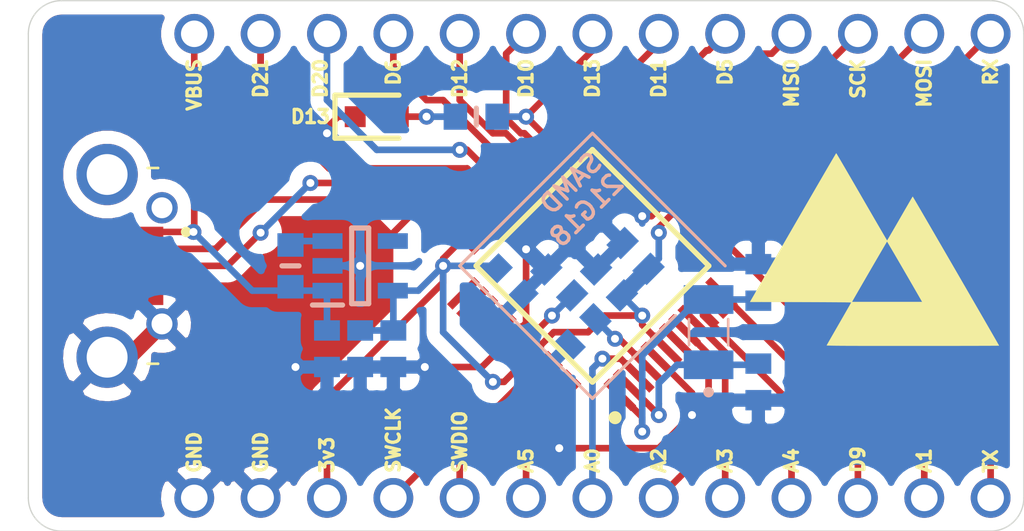
<source format=kicad_pcb>
(kicad_pcb (version 20171130) (host pcbnew "(5.1.5)-3")

  (general
    (thickness 1.6)
    (drawings 40)
    (tracks 225)
    (zones 0)
    (modules 44)
    (nets 50)
  )

  (page A4)
  (layers
    (0 F.Cu signal)
    (31 B.Cu signal)
    (32 B.Adhes user)
    (33 F.Adhes user)
    (34 B.Paste user)
    (35 F.Paste user)
    (36 B.SilkS user)
    (37 F.SilkS user)
    (38 B.Mask user)
    (39 F.Mask user)
    (40 Dwgs.User user)
    (41 Cmts.User user)
    (42 Eco1.User user)
    (43 Eco2.User user)
    (44 Edge.Cuts user)
    (45 Margin user)
    (46 B.CrtYd user)
    (47 F.CrtYd user)
    (48 B.Fab user hide)
    (49 F.Fab user hide)
  )

  (setup
    (last_trace_width 0.25)
    (user_trace_width 0.254)
    (user_trace_width 0.635)
    (user_trace_width 0.889)
    (trace_clearance 0.127)
    (zone_clearance 0.508)
    (zone_45_only no)
    (trace_min 0.2)
    (via_size 0.8)
    (via_drill 0.4)
    (via_min_size 0.4)
    (via_min_drill 0.3)
    (user_via 0.6096 0.3048)
    (user_via 0.8128 0.4572)
    (uvia_size 0.3)
    (uvia_drill 0.1)
    (uvias_allowed no)
    (uvia_min_size 0.2)
    (uvia_min_drill 0.1)
    (edge_width 0.05)
    (segment_width 0.2)
    (pcb_text_width 0.3)
    (pcb_text_size 1.5 1.5)
    (mod_edge_width 0.12)
    (mod_text_size 1 1)
    (mod_text_width 0.15)
    (pad_size 1.524 1.524)
    (pad_drill 1.016)
    (pad_to_mask_clearance 0.051)
    (solder_mask_min_width 0.25)
    (aux_axis_origin 0 0)
    (visible_elements 7FFFFF7F)
    (pcbplotparams
      (layerselection 0x010fc_ffffffff)
      (usegerberextensions false)
      (usegerberattributes false)
      (usegerberadvancedattributes false)
      (creategerberjobfile false)
      (excludeedgelayer true)
      (linewidth 0.100000)
      (plotframeref false)
      (viasonmask false)
      (mode 1)
      (useauxorigin false)
      (hpglpennumber 1)
      (hpglpenspeed 20)
      (hpglpendiameter 15.000000)
      (psnegative false)
      (psa4output false)
      (plotreference true)
      (plotvalue true)
      (plotinvisibletext false)
      (padsonsilk false)
      (subtractmaskfromsilk false)
      (outputformat 1)
      (mirror false)
      (drillshape 1)
      (scaleselection 1)
      (outputdirectory ""))
  )

  (net 0 "")
  (net 1 GNDREF)
  (net 2 VBUS)
  (net 3 3v3)
  (net 4 "Net-(C11-Pad1)")
  (net 5 "Net-(C14-Pad1)")
  (net 6 "Net-(C15-Pad1)")
  (net 7 "Net-(C17-Pad1)")
  (net 8 "Net-(IC9-Pad4)")
  (net 9 "Net-(IC9-Pad3)")
  (net 10 "Net-(IC10-Pad48)")
  (net 11 A5)
  (net 12 "Net-(IC10-Pad41)")
  (net 13 "Net-(IC10-Pad40)")
  (net 14 "Net-(IC10-Pad39)")
  (net 15 "Net-(IC10-Pad38)")
  (net 16 "Net-(IC10-Pad37)")
  (net 17 D+)
  (net 18 D-)
  (net 19 D21)
  (net 20 D20)
  (net 21 "Net-(IC10-Pad30)")
  (net 22 D6)
  (net 23 D12)
  (net 24 D10)
  (net 25 /D13)
  (net 26 D11)
  (net 27 D5)
  (net 28 "Net-(IC10-Pad23)")
  (net 29 "Net-(IC10-Pad22)")
  (net 30 MISO)
  (net 31 SCK)
  (net 32 MOSI)
  (net 33 RX)
  (net 34 TX)
  (net 35 "Net-(IC10-Pad14)")
  (net 36 A1)
  (net 37 D9)
  (net 38 "Net-(IC10-Pad11)")
  (net 39 A4)
  (net 40 A3)
  (net 41 A2)
  (net 42 "Net-(IC10-Pad7)")
  (net 43 A0)
  (net 44 "Net-(J1-Pad4)")
  (net 45 "Net-(LED1-Pad2)")
  (net 46 SWDIO)
  (net 47 SWCLK)
  (net 48 "Net-(J1-PadMH4)")
  (net 49 "Net-(J1-PadMH1)")

  (net_class Default "This is the default net class."
    (clearance 0.127)
    (trace_width 0.25)
    (via_dia 0.8)
    (via_drill 0.4)
    (uvia_dia 0.3)
    (uvia_drill 0.1)
    (add_net /D13)
    (add_net 3v3)
    (add_net A0)
    (add_net A1)
    (add_net A2)
    (add_net A3)
    (add_net A4)
    (add_net A5)
    (add_net D+)
    (add_net D-)
    (add_net D10)
    (add_net D11)
    (add_net D12)
    (add_net D20)
    (add_net D21)
    (add_net D5)
    (add_net D6)
    (add_net D9)
    (add_net GNDREF)
    (add_net MISO)
    (add_net MOSI)
    (add_net "Net-(C11-Pad1)")
    (add_net "Net-(C14-Pad1)")
    (add_net "Net-(C15-Pad1)")
    (add_net "Net-(C17-Pad1)")
    (add_net "Net-(IC10-Pad11)")
    (add_net "Net-(IC10-Pad14)")
    (add_net "Net-(IC10-Pad22)")
    (add_net "Net-(IC10-Pad23)")
    (add_net "Net-(IC10-Pad30)")
    (add_net "Net-(IC10-Pad37)")
    (add_net "Net-(IC10-Pad38)")
    (add_net "Net-(IC10-Pad39)")
    (add_net "Net-(IC10-Pad40)")
    (add_net "Net-(IC10-Pad41)")
    (add_net "Net-(IC10-Pad48)")
    (add_net "Net-(IC10-Pad7)")
    (add_net "Net-(IC9-Pad3)")
    (add_net "Net-(IC9-Pad4)")
    (add_net "Net-(J1-Pad4)")
    (add_net "Net-(J1-PadMH1)")
    (add_net "Net-(J1-PadMH4)")
    (add_net "Net-(LED1-Pad2)")
    (add_net RX)
    (add_net SCK)
    (add_net SWCLK)
    (add_net SWDIO)
    (add_net TX)
    (add_net VBUS)
  )

  (module SamacSys_Parts:UJ2MIBH24SMTTR (layer F.Cu) (tedit 5FAC9098) (tstamp 5FA65DC2)
    (at 127 95.25)
    (descr UJ2-MIBH2-4-SMT-TR_1)
    (tags Connector)
    (path /5F5658B4)
    (fp_text reference J1 (at 0 -7.62) (layer F.SilkS) hide
      (effects (font (size 1.27 1.27) (thickness 0.254)))
    )
    (fp_text value UJ2-MIBH2-4-SMT-TR (at 0 -10.16) (layer F.SilkS) hide
      (effects (font (size 1.27 1.27) (thickness 0.254)))
    )
    (fp_arc (start 3.5 -1.3) (end 3.6 -1.3) (angle -180) (layer F.SilkS) (width 0.2))
    (fp_arc (start 3.5 -1.3) (end 3.4 -1.3) (angle -180) (layer F.SilkS) (width 0.2))
    (fp_line (start 3.6 -1.3) (end 3.6 -1.3) (layer F.SilkS) (width 0.2))
    (fp_line (start 3.4 -1.3) (end 3.4 -1.3) (layer F.SilkS) (width 0.2))
    (fp_line (start 2.425 3.75) (end 2.425 3.75) (layer F.SilkS) (width 0.1))
    (fp_line (start 2.025 3.75) (end 2.425 3.75) (layer F.SilkS) (width 0.1))
    (fp_line (start 2.425 -3.75) (end 2.425 -3.75) (layer F.SilkS) (width 0.1))
    (fp_line (start 2.025 -3.75) (end 2.425 -3.75) (layer F.SilkS) (width 0.1))
    (fp_line (start -3.575 5.674) (end -3.575 -5.674) (layer F.CrtYd) (width 0.1))
    (fp_line (start 4.6 5.674) (end -3.575 5.674) (layer F.CrtYd) (width 0.1))
    (fp_line (start 4.6 -5.674) (end 4.6 5.674) (layer F.CrtYd) (width 0.1))
    (fp_line (start -3.575 -5.674) (end 4.6 -5.674) (layer F.CrtYd) (width 0.1))
    (fp_line (start -2.575 3.75) (end -2.575 -3.75) (layer F.Fab) (width 0.2))
    (fp_line (start 2.425 3.75) (end -2.575 3.75) (layer F.Fab) (width 0.2))
    (fp_line (start 2.425 -3.75) (end 2.425 3.75) (layer F.Fab) (width 0.2))
    (fp_line (start -2.575 -3.75) (end 2.425 -3.75) (layer F.Fab) (width 0.2))
    (fp_text user %R (at 0 -7.62) (layer F.Fab) hide
      (effects (font (size 1.27 1.27) (thickness 0.254)))
    )
    (pad MH4 thru_hole circle (at 0.475 -3.5) (size 2.348 2.348) (drill 1.5652) (layers *.Cu *.Mask)
      (net 48 "Net-(J1-PadMH4)"))
    (pad MH3 thru_hole circle (at 0.475 3.5) (size 2.348 2.348) (drill 1.5652) (layers *.Cu *.Mask)
      (net 1 GNDREF))
    (pad MH2 thru_hole circle (at 2.575 2.225) (size 1.2 1.2) (drill 0.8) (layers *.Cu *.Mask)
      (net 1 GNDREF))
    (pad MH1 thru_hole circle (at 2.575 -2.225) (size 1.2 1.2) (drill 0.8) (layers *.Cu *.Mask)
      (net 49 "Net-(J1-PadMH1)"))
    (pad 5 smd rect (at 2.025 1.3 90) (size 0.4 1.2) (layers F.Cu F.Paste F.Mask)
      (net 1 GNDREF))
    (pad 4 smd rect (at 2.025 0.65 90) (size 0.4 1.2) (layers F.Cu F.Paste F.Mask)
      (net 44 "Net-(J1-Pad4)"))
    (pad 3 smd rect (at 2.025 0 90) (size 0.4 1.2) (layers F.Cu F.Paste F.Mask)
      (net 18 D-))
    (pad 2 smd rect (at 2.025 -0.65 90) (size 0.4 1.2) (layers F.Cu F.Paste F.Mask)
      (net 17 D+))
    (pad 1 smd rect (at 2.025 -1.3 90) (size 0.4 1.2) (layers F.Cu F.Paste F.Mask)
      (net 2 VBUS))
    (model H:/Projects/MicroBMS/MicroBMS/lib/SamacSys_Parts.3dshapes/UJ2-MIBH2-4-SMT-TR.stp
      (at (xyz 0 0 0))
      (scale (xyz 1 1 1))
      (rotate (xyz 0 0 0))
    )
  )

  (module Logos:Logo_Small (layer F.Cu) (tedit 0) (tstamp 5FAD5302)
    (at 156.845 94.615)
    (fp_text reference G*** (at 0 0) (layer F.SilkS) hide
      (effects (font (size 1.524 1.524) (thickness 0.3)))
    )
    (fp_text value LOGO (at 0.75 0) (layer F.SilkS) hide
      (effects (font (size 1.524 1.524) (thickness 0.3)))
    )
    (fp_poly (pts (xy -1.457218 -3.664476) (xy -1.437805 -3.632716) (xy -1.407111 -3.581338) (xy -1.365833 -3.51154)
      (xy -1.314667 -3.424519) (xy -1.254313 -3.32147) (xy -1.185468 -3.20359) (xy -1.108829 -3.072075)
      (xy -1.025095 -2.928123) (xy -0.934963 -2.77293) (xy -0.83913 -2.607691) (xy -0.738296 -2.433605)
      (xy -0.633156 -2.251866) (xy -0.52441 -2.063673) (xy -0.48895 -2.002261) (xy -0.379246 -1.812304)
      (xy -0.272975 -1.628438) (xy -0.170833 -1.451858) (xy -0.073512 -1.283758) (xy 0.018291 -1.125333)
      (xy 0.103884 -0.977778) (xy 0.182571 -0.842286) (xy 0.253659 -0.720053) (xy 0.316452 -0.612273)
      (xy 0.370257 -0.52014) (xy 0.414379 -0.444849) (xy 0.448124 -0.387595) (xy 0.470797 -0.349572)
      (xy 0.481705 -0.331974) (xy 0.4826 -0.330852) (xy 0.489789 -0.341671) (xy 0.508635 -0.372829)
      (xy 0.53815 -0.422636) (xy 0.57735 -0.489399) (xy 0.625249 -0.571427) (xy 0.680862 -0.667028)
      (xy 0.743203 -0.774512) (xy 0.811287 -0.892186) (xy 0.884128 -1.018359) (xy 0.960742 -1.151339)
      (xy 0.97155 -1.17012) (xy 1.04867 -1.304037) (xy 1.122191 -1.431483) (xy 1.191124 -1.550753)
      (xy 1.254477 -1.660145) (xy 1.31126 -1.757954) (xy 1.360483 -1.842477) (xy 1.401153 -1.912011)
      (xy 1.432282 -1.964852) (xy 1.452879 -1.999296) (xy 1.461952 -2.013641) (xy 1.462236 -2.013943)
      (xy 1.469011 -2.003464) (xy 1.487834 -1.972099) (xy 1.518061 -1.920962) (xy 1.559047 -1.851168)
      (xy 1.610148 -1.76383) (xy 1.670718 -1.660064) (xy 1.740113 -1.540983) (xy 1.817687 -1.407703)
      (xy 1.902797 -1.261337) (xy 1.994796 -1.102999) (xy 2.093041 -0.933805) (xy 2.196887 -0.754869)
      (xy 2.305688 -0.567304) (xy 2.418799 -0.372226) (xy 2.535577 -0.170749) (xy 2.655376 0.036013)
      (xy 2.777551 0.246946) (xy 2.901457 0.460935) (xy 3.02645 0.676865) (xy 3.151885 0.893623)
      (xy 3.277116 1.110094) (xy 3.4015 1.325163) (xy 3.52439 1.537716) (xy 3.645143 1.746639)
      (xy 3.763114 1.950817) (xy 3.877657 2.149137) (xy 3.988128 2.340483) (xy 4.093882 2.523741)
      (xy 4.194274 2.697796) (xy 4.288659 2.861536) (xy 4.376393 3.013844) (xy 4.456831 3.153607)
      (xy 4.529327 3.27971) (xy 4.593237 3.391039) (xy 4.647916 3.486479) (xy 4.69272 3.564917)
      (xy 4.727003 3.625237) (xy 4.75012 3.666326) (xy 4.761427 3.687068) (xy 4.7625 3.689435)
      (xy 4.749975 3.689982) (xy 4.713107 3.690515) (xy 4.652948 3.691034) (xy 4.570556 3.691536)
      (xy 4.466984 3.69202) (xy 4.343289 3.692483) (xy 4.200526 3.692923) (xy 4.039749 3.693338)
      (xy 3.862015 3.693726) (xy 3.668378 3.694086) (xy 3.459894 3.694415) (xy 3.237618 3.694711)
      (xy 3.002605 3.694972) (xy 2.75591 3.695197) (xy 2.49859 3.695383) (xy 2.231698 3.695528)
      (xy 1.956291 3.69563) (xy 1.673424 3.695687) (xy 1.465491 3.6957) (xy 1.120704 3.695688)
      (xy 0.800437 3.695649) (xy 0.503809 3.695579) (xy 0.22994 3.695472) (xy -0.022051 3.695323)
      (xy -0.253045 3.695127) (xy -0.463922 3.694879) (xy -0.655562 3.694574) (xy -0.828846 3.694207)
      (xy -0.984654 3.693772) (xy -1.123867 3.693264) (xy -1.247366 3.692679) (xy -1.35603 3.692012)
      (xy -1.450741 3.691257) (xy -1.532379 3.690409) (xy -1.601823 3.689463) (xy -1.659956 3.688414)
      (xy -1.707657 3.687257) (xy -1.745806 3.685987) (xy -1.775285 3.684599) (xy -1.796974 3.683088)
      (xy -1.811752 3.681448) (xy -1.820502 3.679675) (xy -1.824102 3.677763) (xy -1.82423 3.676708)
      (xy -1.816834 3.662857) (xy -1.797739 3.628785) (xy -1.767959 3.576262) (xy -1.728507 3.507057)
      (xy -1.680396 3.422941) (xy -1.62464 3.325683) (xy -1.562252 3.217053) (xy -1.494245 3.098819)
      (xy -1.421633 2.972752) (xy -1.349797 2.84819) (xy -1.274049 2.716766) (xy -1.202196 2.591791)
      (xy -1.135224 2.474999) (xy -1.074119 2.368122) (xy -1.019865 2.272894) (xy -0.973448 2.191047)
      (xy -0.935853 2.124314) (xy -0.908065 2.074429) (xy -0.89107 2.043124) (xy -0.885825 2.032157)
      (xy -0.89866 2.031377) (xy -0.935515 2.030543) (xy -0.995009 2.029662) (xy -1.075762 2.028745)
      (xy -1.176393 2.027799) (xy -1.295524 2.026835) (xy -1.431772 2.025862) (xy -1.583758 2.024888)
      (xy -1.750102 2.023923) (xy -1.929423 2.022977) (xy -2.12034 2.022057) (xy -2.321475 2.021174)
      (xy -2.531445 2.020336) (xy -2.748872 2.019553) (xy -2.824507 2.0193) (xy -0.864253 2.0193)
      (xy 1.829313 2.0193) (xy 1.794131 1.957976) (xy 1.696982 1.788792) (xy 1.59833 1.617276)
      (xy 1.498988 1.444829) (xy 1.399775 1.272855) (xy 1.301505 1.102754) (xy 1.204993 0.93593)
      (xy 1.111056 0.773784) (xy 1.02051 0.617719) (xy 0.93417 0.469136) (xy 0.852852 0.329439)
      (xy 0.777371 0.200028) (xy 0.708544 0.082306) (xy 0.647185 -0.022324) (xy 0.594112 -0.112461)
      (xy 0.550138 -0.186703) (xy 0.516082 -0.243646) (xy 0.492756 -0.28189) (xy 0.480979 -0.300032)
      (xy 0.479715 -0.301371) (xy 0.472593 -0.290366) (xy 0.453798 -0.259126) (xy 0.424352 -0.209413)
      (xy 0.385279 -0.142991) (xy 0.337601 -0.061623) (xy 0.28234 0.032926) (xy 0.22052 0.138895)
      (xy 0.153164 0.254519) (xy 0.081294 0.378035) (xy 0.005932 0.507679) (xy -0.071898 0.641689)
      (xy -0.151173 0.7783) (xy -0.230871 0.91575) (xy -0.309969 1.052274) (xy -0.387445 1.18611)
      (xy -0.462275 1.315494) (xy -0.533436 1.438662) (xy -0.599907 1.553852) (xy -0.660664 1.659299)
      (xy -0.714684 1.75324) (xy -0.760945 1.833913) (xy -0.798424 1.899553) (xy -0.826098 1.948397)
      (xy -0.842944 1.978681) (xy -0.845992 1.984375) (xy -0.864253 2.0193) (xy -2.824507 2.0193)
      (xy -4.760014 2.01295) (xy -3.117582 -0.83185) (xy -2.973995 -1.080479) (xy -2.833682 -1.323292)
      (xy -2.697175 -1.559375) (xy -2.565006 -1.787813) (xy -2.437709 -2.007689) (xy -2.315814 -2.218088)
      (xy -2.199854 -2.418094) (xy -2.090361 -2.606792) (xy -1.987868 -2.783267) (xy -1.892906 -2.946602)
      (xy -1.806009 -3.095883) (xy -1.727707 -3.230193) (xy -1.658534 -3.348617) (xy -1.599022 -3.450239)
      (xy -1.549702 -3.534145) (xy -1.511107 -3.599417) (xy -1.483769 -3.645142) (xy -1.468221 -3.670402)
      (xy -1.46465 -3.675423) (xy -1.457218 -3.664476)) (layer F.SilkS) (width 0.01))
  )

  (module SamacSys_Parts:ABS0716632768KHZT (layer B.Cu) (tedit 5F39E2D6) (tstamp 5FA65DFA)
    (at 150.495 97.79 90)
    (descr ABS07_1)
    (tags "Crystal or Oscillator")
    (path /5F4D66AA)
    (attr smd)
    (fp_text reference Y1 (at 0 2.54 90) (layer B.SilkS) hide
      (effects (font (size 1.27 1.27) (thickness 0.254)) (justify mirror))
    )
    (fp_text value ABS07-166-32.768KHZ-T (at 0 5.08 90) (layer B.SilkS) hide
      (effects (font (size 1.27 1.27) (thickness 0.254)) (justify mirror))
    )
    (fp_arc (start -2.3 0) (end -2.3 -0.1) (angle 180) (layer B.SilkS) (width 0.2))
    (fp_arc (start -2.3 0) (end -2.3 0.1) (angle 180) (layer B.SilkS) (width 0.2))
    (fp_line (start -2.3 -0.1) (end -2.3 -0.1) (layer B.SilkS) (width 0.2))
    (fp_line (start -2.3 0.1) (end -2.3 0.1) (layer B.SilkS) (width 0.2))
    (fp_line (start -0.5 -0.75) (end 0.5 -0.75) (layer B.SilkS) (width 0.1))
    (fp_line (start -0.5 0.75) (end 0.5 0.75) (layer B.SilkS) (width 0.1))
    (fp_line (start -1.6 -0.75) (end -1.6 0.75) (layer B.Fab) (width 0.2))
    (fp_line (start 1.6 -0.75) (end -1.6 -0.75) (layer B.Fab) (width 0.2))
    (fp_line (start 1.6 0.75) (end 1.6 -0.75) (layer B.Fab) (width 0.2))
    (fp_line (start -1.6 0.75) (end 1.6 0.75) (layer B.Fab) (width 0.2))
    (fp_text user %R (at 0 2.54 90) (layer B.Fab) hide
      (effects (font (size 1.27 1.27) (thickness 0.254)) (justify mirror))
    )
    (pad 2 smd rect (at 1.25 0 90) (size 1.1 1.9) (layers B.Cu B.Paste B.Mask)
      (net 6 "Net-(C15-Pad1)"))
    (pad 1 smd rect (at -1.25 0 90) (size 1.1 1.9) (layers B.Cu B.Paste B.Mask)
      (net 4 "Net-(C11-Pad1)"))
  )

  (module SamacSys_Parts:RESC1608X55N (layer B.Cu) (tedit 5FA60B93) (tstamp 5FA65DE9)
    (at 141.605 89.535 180)
    (descr "ERJ3EK(0603)")
    (tags Resistor)
    (path /5F8F79FB)
    (attr smd)
    (fp_text reference R40 (at 0 2.54) (layer B.SilkS) hide
      (effects (font (size 1.27 1.27) (thickness 0.254)) (justify mirror))
    )
    (fp_text value ERJ-3EKF7500V (at 0 5.08) (layer B.SilkS) hide
      (effects (font (size 1.27 1.27) (thickness 0.254)) (justify mirror))
    )
    (fp_line (start 0 0.325) (end 0 -0.325) (layer B.SilkS) (width 0.2))
    (fp_line (start -0.8 -0.425) (end -0.8 0.425) (layer B.Fab) (width 0.1))
    (fp_line (start 0.8 -0.425) (end -0.8 -0.425) (layer B.Fab) (width 0.1))
    (fp_line (start 0.8 0.425) (end 0.8 -0.425) (layer B.Fab) (width 0.1))
    (fp_line (start -0.8 0.425) (end 0.8 0.425) (layer B.Fab) (width 0.1))
    (fp_text user %R (at 0 2.54) (layer B.Fab) hide
      (effects (font (size 1.27 1.27) (thickness 0.254)) (justify mirror))
    )
    (pad 2 smd rect (at 0.8 0 180) (size 0.9 1) (layers B.Cu B.Paste B.Mask)
      (net 45 "Net-(LED1-Pad2)"))
    (pad 1 smd rect (at -0.8 0 180) (size 0.9 1) (layers B.Cu B.Paste B.Mask)
      (net 25 /D13))
    (model H:/Projects/MicroBMS/MicroBMS/lib/SamacSys_Parts.3dshapes/ERJ-3EKF7500V.stp
      (at (xyz 0 0 0))
      (scale (xyz 1 1 1))
      (rotate (xyz 0 0 0))
    )
  )

  (module SamacSys_Parts:RESC1608X55N (layer B.Cu) (tedit 5FA60B93) (tstamp 5FA689BA)
    (at 134.493 95.25 90)
    (descr "ERJ3EK(0603)")
    (tags Resistor)
    (path /5F5F0214)
    (attr smd)
    (fp_text reference R36 (at 0 2.54 90) (layer B.SilkS) hide
      (effects (font (size 1.27 1.27) (thickness 0.254)) (justify mirror))
    )
    (fp_text value ERJ-3EKF1003V (at 0 5.08 90) (layer B.SilkS) hide
      (effects (font (size 1.27 1.27) (thickness 0.254)) (justify mirror))
    )
    (fp_line (start 0 0.325) (end 0 -0.325) (layer B.SilkS) (width 0.2))
    (fp_line (start -0.8 -0.425) (end -0.8 0.425) (layer B.Fab) (width 0.1))
    (fp_line (start 0.8 -0.425) (end -0.8 -0.425) (layer B.Fab) (width 0.1))
    (fp_line (start 0.8 0.425) (end 0.8 -0.425) (layer B.Fab) (width 0.1))
    (fp_line (start -0.8 0.425) (end 0.8 0.425) (layer B.Fab) (width 0.1))
    (fp_text user %R (at 0 2.54 90) (layer B.Fab) hide
      (effects (font (size 1.27 1.27) (thickness 0.254)) (justify mirror))
    )
    (pad 2 smd rect (at 0.8 0 90) (size 0.9 1) (layers B.Cu B.Paste B.Mask)
      (net 9 "Net-(IC9-Pad3)"))
    (pad 1 smd rect (at -0.8 0 90) (size 0.9 1) (layers B.Cu B.Paste B.Mask)
      (net 2 VBUS))
    (model H:/Projects/MicroBMS/MicroBMS/lib/SamacSys_Parts.3dshapes/ERJ-3EKF7500V.stp
      (at (xyz 0 0 0))
      (scale (xyz 1 1 1))
      (rotate (xyz 0 0 0))
    )
  )

  (module SamacSys_Parts:APT1608CGCK (layer F.Cu) (tedit 5F518D7A) (tstamp 5FA65DD1)
    (at 137.795 89.535)
    (descr 1.6mmX0.8mm)
    (tags LED)
    (path /5F8F9949)
    (attr smd)
    (fp_text reference LED1 (at 0 -2.54) (layer F.SilkS) hide
      (effects (font (size 1.27 1.27) (thickness 0.254)))
    )
    (fp_text value APT1608LSECK_J3-PRV (at 0 -5.08) (layer F.SilkS) hide
      (effects (font (size 1.27 1.27) (thickness 0.254)))
    )
    (fp_line (start -1.6 0.825) (end 0.85 0.825) (layer F.SilkS) (width 0.2))
    (fp_line (start -1.6 -0.825) (end -1.6 0.825) (layer F.SilkS) (width 0.2))
    (fp_line (start 0.85 -0.825) (end -1.6 -0.825) (layer F.SilkS) (width 0.2))
    (fp_line (start -0.8 -0.133) (end -0.533 -0.4) (layer F.Fab) (width 0.1))
    (fp_line (start -0.8 0.4) (end -0.8 -0.4) (layer F.Fab) (width 0.1))
    (fp_line (start 0.8 0.4) (end -0.8 0.4) (layer F.Fab) (width 0.1))
    (fp_line (start 0.8 -0.4) (end 0.8 0.4) (layer F.Fab) (width 0.1))
    (fp_line (start -0.8 -0.4) (end 0.8 -0.4) (layer F.Fab) (width 0.1))
    (fp_text user %R (at 0 -2.54) (layer F.Fab) hide
      (effects (font (size 1.27 1.27) (thickness 0.254)))
    )
    (pad 2 smd rect (at 0.825 0) (size 0.8 0.8) (layers F.Cu F.Paste F.Mask)
      (net 45 "Net-(LED1-Pad2)"))
    (pad 1 smd rect (at -0.825 0) (size 0.8 0.8) (layers F.Cu F.Paste F.Mask)
      (net 1 GNDREF))
  )

  (module SamacSys_Parts:QFP50P900X900X120-48N (layer F.Cu) (tedit 5FA60B8C) (tstamp 5FAC621E)
    (at 146.05 95.25 135)
    (descr "TQFP 48_1")
    (tags "Integrated Circuit")
    (path /5F966B17)
    (attr smd)
    (fp_text reference IC10 (at 0 -6.35 135) (layer F.SilkS) hide
      (effects (font (size 1.27 1.27) (thickness 0.254)))
    )
    (fp_text value ATSAMD21G18A-AU (at 0 -8.89 135) (layer F.SilkS) hide
      (effects (font (size 1.27 1.27) (thickness 0.254)))
    )
    (fp_circle (center -4.725 -3.5) (end -4.725 -3.375) (layer F.SilkS) (width 0.25))
    (fp_line (start -3.15 3.15) (end -3.15 -3.15) (layer F.SilkS) (width 0.2))
    (fp_line (start 3.15 3.15) (end -3.15 3.15) (layer F.SilkS) (width 0.2))
    (fp_line (start 3.15 -3.15) (end 3.15 3.15) (layer F.SilkS) (width 0.2))
    (fp_line (start -3.15 -3.15) (end 3.15 -3.15) (layer F.SilkS) (width 0.2))
    (fp_line (start -3.5 -3) (end -3 -3.5) (layer F.Fab) (width 0.1))
    (fp_line (start -3.5 3.5) (end -3.5 -3.5) (layer F.Fab) (width 0.1))
    (fp_line (start 3.5 3.5) (end -3.5 3.5) (layer F.Fab) (width 0.1))
    (fp_line (start 3.5 -3.5) (end 3.5 3.5) (layer F.Fab) (width 0.1))
    (fp_line (start -3.5 -3.5) (end 3.5 -3.5) (layer F.Fab) (width 0.1))
    (fp_text user %R (at 0 -6.35 135) (layer F.Fab) hide
      (effects (font (size 1.27 1.27) (thickness 0.254)))
    )
    (pad 48 smd rect (at -2.75 -4.238 135) (size 0.3 1.475) (layers F.Cu F.Paste F.Mask)
      (net 10 "Net-(IC10-Pad48)"))
    (pad 47 smd rect (at -2.25 -4.238 135) (size 0.3 1.475) (layers F.Cu F.Paste F.Mask)
      (net 11 A5))
    (pad 46 smd rect (at -1.75 -4.238 135) (size 0.3 1.475) (layers F.Cu F.Paste F.Mask)
      (net 46 SWDIO))
    (pad 45 smd rect (at -1.25 -4.238 135) (size 0.3 1.475) (layers F.Cu F.Paste F.Mask)
      (net 47 SWCLK))
    (pad 44 smd rect (at -0.75 -4.238 135) (size 0.3 1.475) (layers F.Cu F.Paste F.Mask)
      (net 3 3v3))
    (pad 43 smd rect (at -0.25 -4.238 135) (size 0.3 1.475) (layers F.Cu F.Paste F.Mask)
      (net 7 "Net-(C17-Pad1)"))
    (pad 42 smd rect (at 0.25 -4.238 135) (size 0.3 1.475) (layers F.Cu F.Paste F.Mask)
      (net 1 GNDREF))
    (pad 41 smd rect (at 0.75 -4.238 135) (size 0.3 1.475) (layers F.Cu F.Paste F.Mask)
      (net 12 "Net-(IC10-Pad41)"))
    (pad 40 smd rect (at 1.25 -4.238 135) (size 0.3 1.475) (layers F.Cu F.Paste F.Mask)
      (net 13 "Net-(IC10-Pad40)"))
    (pad 39 smd rect (at 1.75 -4.238 135) (size 0.3 1.475) (layers F.Cu F.Paste F.Mask)
      (net 14 "Net-(IC10-Pad39)"))
    (pad 38 smd rect (at 2.25 -4.238 135) (size 0.3 1.475) (layers F.Cu F.Paste F.Mask)
      (net 15 "Net-(IC10-Pad38)"))
    (pad 37 smd rect (at 2.75 -4.238 135) (size 0.3 1.475) (layers F.Cu F.Paste F.Mask)
      (net 16 "Net-(IC10-Pad37)"))
    (pad 36 smd rect (at 4.238 -2.75 225) (size 0.3 1.475) (layers F.Cu F.Paste F.Mask)
      (net 3 3v3))
    (pad 35 smd rect (at 4.238 -2.25 225) (size 0.3 1.475) (layers F.Cu F.Paste F.Mask)
      (net 1 GNDREF))
    (pad 34 smd rect (at 4.238 -1.75 225) (size 0.3 1.475) (layers F.Cu F.Paste F.Mask)
      (net 17 D+))
    (pad 33 smd rect (at 4.238 -1.25 225) (size 0.3 1.475) (layers F.Cu F.Paste F.Mask)
      (net 18 D-))
    (pad 32 smd rect (at 4.238 -0.75 225) (size 0.3 1.475) (layers F.Cu F.Paste F.Mask)
      (net 19 D21))
    (pad 31 smd rect (at 4.238 -0.25 225) (size 0.3 1.475) (layers F.Cu F.Paste F.Mask)
      (net 20 D20))
    (pad 30 smd rect (at 4.238 0.25 225) (size 0.3 1.475) (layers F.Cu F.Paste F.Mask)
      (net 21 "Net-(IC10-Pad30)"))
    (pad 29 smd rect (at 4.238 0.75 225) (size 0.3 1.475) (layers F.Cu F.Paste F.Mask)
      (net 22 D6))
    (pad 28 smd rect (at 4.238 1.25 225) (size 0.3 1.475) (layers F.Cu F.Paste F.Mask)
      (net 23 D12))
    (pad 27 smd rect (at 4.238 1.75 225) (size 0.3 1.475) (layers F.Cu F.Paste F.Mask)
      (net 24 D10))
    (pad 26 smd rect (at 4.238 2.25 225) (size 0.3 1.475) (layers F.Cu F.Paste F.Mask)
      (net 25 /D13))
    (pad 25 smd rect (at 4.238 2.75 225) (size 0.3 1.475) (layers F.Cu F.Paste F.Mask)
      (net 26 D11))
    (pad 24 smd rect (at 2.75 4.238 135) (size 0.3 1.475) (layers F.Cu F.Paste F.Mask)
      (net 27 D5))
    (pad 23 smd rect (at 2.25 4.238 135) (size 0.3 1.475) (layers F.Cu F.Paste F.Mask)
      (net 28 "Net-(IC10-Pad23)"))
    (pad 22 smd rect (at 1.75 4.238 135) (size 0.3 1.475) (layers F.Cu F.Paste F.Mask)
      (net 29 "Net-(IC10-Pad22)"))
    (pad 21 smd rect (at 1.25 4.238 135) (size 0.3 1.475) (layers F.Cu F.Paste F.Mask)
      (net 30 MISO))
    (pad 20 smd rect (at 0.75 4.238 135) (size 0.3 1.475) (layers F.Cu F.Paste F.Mask)
      (net 31 SCK))
    (pad 19 smd rect (at 0.25 4.238 135) (size 0.3 1.475) (layers F.Cu F.Paste F.Mask)
      (net 32 MOSI))
    (pad 18 smd rect (at -0.25 4.238 135) (size 0.3 1.475) (layers F.Cu F.Paste F.Mask)
      (net 1 GNDREF))
    (pad 17 smd rect (at -0.75 4.238 135) (size 0.3 1.475) (layers F.Cu F.Paste F.Mask)
      (net 3 3v3))
    (pad 16 smd rect (at -1.25 4.238 135) (size 0.3 1.475) (layers F.Cu F.Paste F.Mask)
      (net 33 RX))
    (pad 15 smd rect (at -1.75 4.238 135) (size 0.3 1.475) (layers F.Cu F.Paste F.Mask)
      (net 34 TX))
    (pad 14 smd rect (at -2.25 4.238 135) (size 0.3 1.475) (layers F.Cu F.Paste F.Mask)
      (net 35 "Net-(IC10-Pad14)"))
    (pad 13 smd rect (at -2.75 4.238 135) (size 0.3 1.475) (layers F.Cu F.Paste F.Mask)
      (net 36 A1))
    (pad 12 smd rect (at -4.238 2.75 225) (size 0.3 1.475) (layers F.Cu F.Paste F.Mask)
      (net 37 D9))
    (pad 11 smd rect (at -4.238 2.25 225) (size 0.3 1.475) (layers F.Cu F.Paste F.Mask)
      (net 38 "Net-(IC10-Pad11)"))
    (pad 10 smd rect (at -4.238 1.75 225) (size 0.3 1.475) (layers F.Cu F.Paste F.Mask)
      (net 39 A4))
    (pad 9 smd rect (at -4.238 1.25 225) (size 0.3 1.475) (layers F.Cu F.Paste F.Mask)
      (net 40 A3))
    (pad 8 smd rect (at -4.238 0.75 225) (size 0.3 1.475) (layers F.Cu F.Paste F.Mask)
      (net 41 A2))
    (pad 7 smd rect (at -4.238 0.25 225) (size 0.3 1.475) (layers F.Cu F.Paste F.Mask)
      (net 42 "Net-(IC10-Pad7)"))
    (pad 6 smd rect (at -4.238 -0.25 225) (size 0.3 1.475) (layers F.Cu F.Paste F.Mask)
      (net 3 3v3))
    (pad 5 smd rect (at -4.238 -0.75 225) (size 0.3 1.475) (layers F.Cu F.Paste F.Mask)
      (net 1 GNDREF))
    (pad 4 smd rect (at -4.238 -1.25 225) (size 0.3 1.475) (layers F.Cu F.Paste F.Mask)
      (net 5 "Net-(C14-Pad1)"))
    (pad 3 smd rect (at -4.238 -1.75 225) (size 0.3 1.475) (layers F.Cu F.Paste F.Mask)
      (net 43 A0))
    (pad 2 smd rect (at -4.238 -2.25 225) (size 0.3 1.475) (layers F.Cu F.Paste F.Mask)
      (net 4 "Net-(C11-Pad1)"))
    (pad 1 smd rect (at -4.238 -2.75 225) (size 0.3 1.475) (layers F.Cu F.Paste F.Mask)
      (net 6 "Net-(C15-Pad1)"))
    (model H:/Projects/MicroBMS/MicroBMS/lib/SamacSys_Parts.3dshapes/ATSAMD21G18A-AU.stp
      (at (xyz 0 0 0))
      (scale (xyz 1 1 1))
      (rotate (xyz 0 0 0))
    )
  )

  (module SamacSys_Parts:SOT95P280X145-5N (layer B.Cu) (tedit 5FA60C06) (tstamp 5FACDC7A)
    (at 137.16 95.25)
    (descr SPX3819M5-L-3-3/TR-1)
    (tags "Integrated Circuit")
    (path /5F58AE28)
    (attr smd)
    (fp_text reference IC9 (at 0 2.54) (layer B.SilkS) hide
      (effects (font (size 1.27 1.27) (thickness 0.254)) (justify mirror))
    )
    (fp_text value SPX3819M5-L-3-3_TR (at 0 5.08) (layer B.SilkS) hide
      (effects (font (size 1.27 1.27) (thickness 0.254)) (justify mirror))
    )
    (fp_line (start -1.825 1.5) (end -0.675 1.5) (layer B.SilkS) (width 0.2))
    (fp_line (start -0.325 -1.45) (end -0.325 1.45) (layer B.SilkS) (width 0.2))
    (fp_line (start 0.325 -1.45) (end -0.325 -1.45) (layer B.SilkS) (width 0.2))
    (fp_line (start 0.325 1.45) (end 0.325 -1.45) (layer B.SilkS) (width 0.2))
    (fp_line (start -0.325 1.45) (end 0.325 1.45) (layer B.SilkS) (width 0.2))
    (fp_line (start -0.8 0.5) (end 0.15 1.45) (layer B.Fab) (width 0.1))
    (fp_line (start -0.8 -1.45) (end -0.8 1.45) (layer B.Fab) (width 0.1))
    (fp_line (start 0.8 -1.45) (end -0.8 -1.45) (layer B.Fab) (width 0.1))
    (fp_line (start 0.8 1.45) (end 0.8 -1.45) (layer B.Fab) (width 0.1))
    (fp_line (start -0.8 1.45) (end 0.8 1.45) (layer B.Fab) (width 0.1))
    (fp_text user %R (at 0 2.54) (layer B.Fab) hide
      (effects (font (size 1.27 1.27) (thickness 0.254)) (justify mirror))
    )
    (pad 5 smd rect (at 1.25 0.95 270) (size 0.6 1.15) (layers B.Cu B.Paste B.Mask)
      (net 3 3v3))
    (pad 4 smd rect (at 1.25 -0.95 270) (size 0.6 1.15) (layers B.Cu B.Paste B.Mask)
      (net 8 "Net-(IC9-Pad4)"))
    (pad 3 smd rect (at -1.25 -0.95 270) (size 0.6 1.15) (layers B.Cu B.Paste B.Mask)
      (net 9 "Net-(IC9-Pad3)"))
    (pad 2 smd rect (at -1.25 0 270) (size 0.6 1.15) (layers B.Cu B.Paste B.Mask)
      (net 1 GNDREF))
    (pad 1 smd rect (at -1.25 0.95 270) (size 0.6 1.15) (layers B.Cu B.Paste B.Mask)
      (net 2 VBUS))
    (model H:/Projects/MicroBMS/MicroBMS/lib/SamacSys_Parts.3dshapes/SPX3819M5-L-3-3_TR.stp
      (at (xyz 0 0 0))
      (scale (xyz 1 1 1))
      (rotate (xyz 0 0 0))
    )
  )

  (module SamacSys_Parts:CAPC1608X90N (layer B.Cu) (tedit 5FA60AF5) (tstamp 5FA65D40)
    (at 142.875 95.885 315)
    (descr 0603-1)
    (tags Capacitor)
    (path /5FB539E1)
    (attr smd)
    (fp_text reference C18 (at 0 2.54 135) (layer B.SilkS) hide
      (effects (font (size 1.27 1.27) (thickness 0.254)) (justify mirror))
    )
    (fp_text value 06033C104KAT2A (at 0 5.08 135) (layer B.SilkS) hide
      (effects (font (size 1.27 1.27) (thickness 0.254)) (justify mirror))
    )
    (fp_line (start -0.8 -0.405) (end -0.8 0.405) (layer B.Fab) (width 0.1))
    (fp_line (start 0.8 -0.405) (end -0.8 -0.405) (layer B.Fab) (width 0.1))
    (fp_line (start 0.8 0.405) (end 0.8 -0.405) (layer B.Fab) (width 0.1))
    (fp_line (start -0.8 0.405) (end 0.8 0.405) (layer B.Fab) (width 0.1))
    (fp_text user %R (at 0 2.54 135) (layer B.Fab) hide
      (effects (font (size 1.27 1.27) (thickness 0.254)) (justify mirror))
    )
    (pad 2 smd rect (at 0.7 0 315) (size 0.78 0.99) (layers B.Cu B.Paste B.Mask)
      (net 1 GNDREF))
    (pad 1 smd rect (at -0.7 0 315) (size 0.78 0.99) (layers B.Cu B.Paste B.Mask)
      (net 3 3v3))
    (model H:/Projects/MicroBMS/MicroBMS/lib/SamacSys_Parts.3dshapes/06033C104KAT2A.stp
      (at (xyz 0 0 0))
      (scale (xyz 1 1 1))
      (rotate (xyz 0 0 0))
    )
  )

  (module SamacSys_Parts:CAPC1608X90N (layer B.Cu) (tedit 5FA60AF5) (tstamp 5FA65D35)
    (at 144.78 95.885 135)
    (descr 0603-1)
    (tags Capacitor)
    (path /5F5361E7)
    (attr smd)
    (fp_text reference C17 (at 0 2.54 135) (layer B.SilkS) hide
      (effects (font (size 1.27 1.27) (thickness 0.254)) (justify mirror))
    )
    (fp_text value 0603ZC105KAT2A (at 0 5.08 135) (layer B.SilkS) hide
      (effects (font (size 1.27 1.27) (thickness 0.254)) (justify mirror))
    )
    (fp_line (start -0.8 -0.405) (end -0.8 0.405) (layer B.Fab) (width 0.1))
    (fp_line (start 0.8 -0.405) (end -0.8 -0.405) (layer B.Fab) (width 0.1))
    (fp_line (start 0.8 0.405) (end 0.8 -0.405) (layer B.Fab) (width 0.1))
    (fp_line (start -0.8 0.405) (end 0.8 0.405) (layer B.Fab) (width 0.1))
    (fp_text user %R (at 0 2.54 135) (layer B.Fab) hide
      (effects (font (size 1.27 1.27) (thickness 0.254)) (justify mirror))
    )
    (pad 2 smd rect (at 0.7 0 135) (size 0.78 0.99) (layers B.Cu B.Paste B.Mask)
      (net 1 GNDREF))
    (pad 1 smd rect (at -0.7 0 135) (size 0.78 0.99) (layers B.Cu B.Paste B.Mask)
      (net 7 "Net-(C17-Pad1)"))
    (model H:/Projects/MicroBMS/MicroBMS/lib/SamacSys_Parts.3dshapes/06033C104KAT2A.stp
      (at (xyz 0 0 0))
      (scale (xyz 1 1 1))
      (rotate (xyz 0 0 0))
    )
  )

  (module SamacSys_Parts:CAPC1608X90N (layer B.Cu) (tedit 5FA60AF5) (tstamp 5FA65D2A)
    (at 147.701 94.869 135)
    (descr 0603-1)
    (tags Capacitor)
    (path /5FB4FACE)
    (attr smd)
    (fp_text reference C16 (at 0 2.54 135) (layer B.SilkS) hide
      (effects (font (size 1.27 1.27) (thickness 0.254)) (justify mirror))
    )
    (fp_text value 06033C104KAT2A (at 0 5.08 135) (layer B.SilkS) hide
      (effects (font (size 1.27 1.27) (thickness 0.254)) (justify mirror))
    )
    (fp_line (start -0.8 -0.405) (end -0.8 0.405) (layer B.Fab) (width 0.1))
    (fp_line (start 0.8 -0.405) (end -0.8 -0.405) (layer B.Fab) (width 0.1))
    (fp_line (start 0.8 0.405) (end 0.8 -0.405) (layer B.Fab) (width 0.1))
    (fp_line (start -0.8 0.405) (end 0.8 0.405) (layer B.Fab) (width 0.1))
    (fp_text user %R (at 0 2.54 135) (layer B.Fab) hide
      (effects (font (size 1.27 1.27) (thickness 0.254)) (justify mirror))
    )
    (pad 2 smd rect (at 0.7 0 135) (size 0.78 0.99) (layers B.Cu B.Paste B.Mask)
      (net 1 GNDREF))
    (pad 1 smd rect (at -0.7 0 135) (size 0.78 0.99) (layers B.Cu B.Paste B.Mask)
      (net 3 3v3))
    (model H:/Projects/MicroBMS/MicroBMS/lib/SamacSys_Parts.3dshapes/06033C104KAT2A.stp
      (at (xyz 0 0 0))
      (scale (xyz 1 1 1))
      (rotate (xyz 0 0 0))
    )
  )

  (module SamacSys_Parts:CAPC1608X90N (layer B.Cu) (tedit 5FA60AF5) (tstamp 5FA65D1F)
    (at 152.4 95.885 90)
    (descr 0603-1)
    (tags Capacitor)
    (path /5F4C90CC)
    (attr smd)
    (fp_text reference C15 (at 0 2.54 90) (layer B.SilkS) hide
      (effects (font (size 1.27 1.27) (thickness 0.254)) (justify mirror))
    )
    (fp_text value 06035A220JAT4A (at 0 5.08 90) (layer B.SilkS) hide
      (effects (font (size 1.27 1.27) (thickness 0.254)) (justify mirror))
    )
    (fp_line (start -0.8 -0.405) (end -0.8 0.405) (layer B.Fab) (width 0.1))
    (fp_line (start 0.8 -0.405) (end -0.8 -0.405) (layer B.Fab) (width 0.1))
    (fp_line (start 0.8 0.405) (end 0.8 -0.405) (layer B.Fab) (width 0.1))
    (fp_line (start -0.8 0.405) (end 0.8 0.405) (layer B.Fab) (width 0.1))
    (fp_text user %R (at 0 2.54 90) (layer B.Fab) hide
      (effects (font (size 1.27 1.27) (thickness 0.254)) (justify mirror))
    )
    (pad 2 smd rect (at 0.7 0 90) (size 0.78 0.99) (layers B.Cu B.Paste B.Mask)
      (net 1 GNDREF))
    (pad 1 smd rect (at -0.7 0 90) (size 0.78 0.99) (layers B.Cu B.Paste B.Mask)
      (net 6 "Net-(C15-Pad1)"))
    (model H:/Projects/MicroBMS/MicroBMS/lib/SamacSys_Parts.3dshapes/06033C104KAT2A.stp
      (at (xyz 0 0 0))
      (scale (xyz 1 1 1))
      (rotate (xyz 0 0 0))
    )
  )

  (module SamacSys_Parts:CAPC1608X90N (layer B.Cu) (tedit 5FA60AF5) (tstamp 5FA65D14)
    (at 145.669 97.79 225)
    (descr 0603-1)
    (tags Capacitor)
    (path /5F5A7C99)
    (attr smd)
    (fp_text reference C14 (at 0 2.54 45) (layer B.SilkS) hide
      (effects (font (size 1.27 1.27) (thickness 0.254)) (justify mirror))
    )
    (fp_text value 0603ZC105KAT2A (at 0 5.08 45) (layer B.SilkS) hide
      (effects (font (size 1.27 1.27) (thickness 0.254)) (justify mirror))
    )
    (fp_line (start -0.8 -0.405) (end -0.8 0.405) (layer B.Fab) (width 0.1))
    (fp_line (start 0.8 -0.405) (end -0.8 -0.405) (layer B.Fab) (width 0.1))
    (fp_line (start 0.8 0.405) (end 0.8 -0.405) (layer B.Fab) (width 0.1))
    (fp_line (start -0.8 0.405) (end 0.8 0.405) (layer B.Fab) (width 0.1))
    (fp_text user %R (at 0 2.54 45) (layer B.Fab) hide
      (effects (font (size 1.27 1.27) (thickness 0.254)) (justify mirror))
    )
    (pad 2 smd rect (at 0.7 0 225) (size 0.78 0.99) (layers B.Cu B.Paste B.Mask)
      (net 1 GNDREF))
    (pad 1 smd rect (at -0.7 0 225) (size 0.78 0.99) (layers B.Cu B.Paste B.Mask)
      (net 5 "Net-(C14-Pad1)"))
    (model H:/Projects/MicroBMS/MicroBMS/lib/SamacSys_Parts.3dshapes/06033C104KAT2A.stp
      (at (xyz 0 0 0))
      (scale (xyz 1 1 1))
      (rotate (xyz 0 0 0))
    )
  )

  (module SamacSys_Parts:CAPC1608X90N (layer B.Cu) (tedit 5FA60AF5) (tstamp 5FAC652A)
    (at 146.685 95.885 135)
    (descr 0603-1)
    (tags Capacitor)
    (path /5FB51767)
    (attr smd)
    (fp_text reference C13 (at 0 2.54 135) (layer B.SilkS) hide
      (effects (font (size 1.27 1.27) (thickness 0.254)) (justify mirror))
    )
    (fp_text value 06033C104KAT2A (at 0 5.08 135) (layer B.SilkS) hide
      (effects (font (size 1.27 1.27) (thickness 0.254)) (justify mirror))
    )
    (fp_line (start -0.8 -0.405) (end -0.8 0.405) (layer B.Fab) (width 0.1))
    (fp_line (start 0.8 -0.405) (end -0.8 -0.405) (layer B.Fab) (width 0.1))
    (fp_line (start 0.8 0.405) (end 0.8 -0.405) (layer B.Fab) (width 0.1))
    (fp_line (start -0.8 0.405) (end 0.8 0.405) (layer B.Fab) (width 0.1))
    (fp_text user %R (at 0 2.54 135) (layer B.Fab) hide
      (effects (font (size 1.27 1.27) (thickness 0.254)) (justify mirror))
    )
    (pad 2 smd rect (at 0.7 0 135) (size 0.78 0.99) (layers B.Cu B.Paste B.Mask)
      (net 1 GNDREF))
    (pad 1 smd rect (at -0.7 0 135) (size 0.78 0.99) (layers B.Cu B.Paste B.Mask)
      (net 3 3v3))
    (model H:/Projects/MicroBMS/MicroBMS/lib/SamacSys_Parts.3dshapes/06033C104KAT2A.stp
      (at (xyz 0 0 0))
      (scale (xyz 1 1 1))
      (rotate (xyz 0 0 0))
    )
  )

  (module SamacSys_Parts:CAPC1608X90N (layer B.Cu) (tedit 5FA60AF5) (tstamp 5FA65CFE)
    (at 138.43 98.425 270)
    (descr 0603-1)
    (tags Capacitor)
    (path /5F5D4F9A)
    (attr smd)
    (fp_text reference C12 (at 0 2.54 90) (layer B.SilkS) hide
      (effects (font (size 1.27 1.27) (thickness 0.254)) (justify mirror))
    )
    (fp_text value 0603ZC105KAT2A (at 0 5.08 90) (layer B.SilkS) hide
      (effects (font (size 1.27 1.27) (thickness 0.254)) (justify mirror))
    )
    (fp_line (start -0.8 -0.405) (end -0.8 0.405) (layer B.Fab) (width 0.1))
    (fp_line (start 0.8 -0.405) (end -0.8 -0.405) (layer B.Fab) (width 0.1))
    (fp_line (start 0.8 0.405) (end 0.8 -0.405) (layer B.Fab) (width 0.1))
    (fp_line (start -0.8 0.405) (end 0.8 0.405) (layer B.Fab) (width 0.1))
    (fp_text user %R (at 0 2.54 90) (layer B.Fab) hide
      (effects (font (size 1.27 1.27) (thickness 0.254)) (justify mirror))
    )
    (pad 2 smd rect (at 0.7 0 270) (size 0.78 0.99) (layers B.Cu B.Paste B.Mask)
      (net 1 GNDREF))
    (pad 1 smd rect (at -0.7 0 270) (size 0.78 0.99) (layers B.Cu B.Paste B.Mask)
      (net 3 3v3))
    (model H:/Projects/MicroBMS/MicroBMS/lib/SamacSys_Parts.3dshapes/06033C104KAT2A.stp
      (at (xyz 0 0 0))
      (scale (xyz 1 1 1))
      (rotate (xyz 0 0 0))
    )
  )

  (module SamacSys_Parts:CAPC1608X90N (layer B.Cu) (tedit 5FA60AF5) (tstamp 5FA65CF3)
    (at 152.4 99.695 270)
    (descr 0603-1)
    (tags Capacitor)
    (path /5F4DAA89)
    (attr smd)
    (fp_text reference C11 (at 0 2.54 90) (layer B.SilkS) hide
      (effects (font (size 1.27 1.27) (thickness 0.254)) (justify mirror))
    )
    (fp_text value 06035A220JAT4A (at 0 5.08 90) (layer B.SilkS) hide
      (effects (font (size 1.27 1.27) (thickness 0.254)) (justify mirror))
    )
    (fp_line (start -0.8 -0.405) (end -0.8 0.405) (layer B.Fab) (width 0.1))
    (fp_line (start 0.8 -0.405) (end -0.8 -0.405) (layer B.Fab) (width 0.1))
    (fp_line (start 0.8 0.405) (end 0.8 -0.405) (layer B.Fab) (width 0.1))
    (fp_line (start -0.8 0.405) (end 0.8 0.405) (layer B.Fab) (width 0.1))
    (fp_text user %R (at 0 2.54 90) (layer B.Fab) hide
      (effects (font (size 1.27 1.27) (thickness 0.254)) (justify mirror))
    )
    (pad 2 smd rect (at 0.7 0 270) (size 0.78 0.99) (layers B.Cu B.Paste B.Mask)
      (net 1 GNDREF))
    (pad 1 smd rect (at -0.7 0 270) (size 0.78 0.99) (layers B.Cu B.Paste B.Mask)
      (net 4 "Net-(C11-Pad1)"))
    (model H:/Projects/MicroBMS/MicroBMS/lib/SamacSys_Parts.3dshapes/06033C104KAT2A.stp
      (at (xyz 0 0 0))
      (scale (xyz 1 1 1))
      (rotate (xyz 0 0 0))
    )
  )

  (module SamacSys_Parts:CAPC1608X90N (layer B.Cu) (tedit 5FA60AF5) (tstamp 5FA65CE8)
    (at 137.16 98.425 270)
    (descr 0603-1)
    (tags Capacitor)
    (path /5F5CCF77)
    (attr smd)
    (fp_text reference C10 (at 0 2.54 90) (layer B.SilkS) hide
      (effects (font (size 1.27 1.27) (thickness 0.254)) (justify mirror))
    )
    (fp_text value 0603ZD106KAT2A (at 0 5.08 90) (layer B.SilkS) hide
      (effects (font (size 1.27 1.27) (thickness 0.254)) (justify mirror))
    )
    (fp_line (start -0.8 -0.405) (end -0.8 0.405) (layer B.Fab) (width 0.1))
    (fp_line (start 0.8 -0.405) (end -0.8 -0.405) (layer B.Fab) (width 0.1))
    (fp_line (start 0.8 0.405) (end 0.8 -0.405) (layer B.Fab) (width 0.1))
    (fp_line (start -0.8 0.405) (end 0.8 0.405) (layer B.Fab) (width 0.1))
    (fp_text user %R (at 0 2.54 90) (layer B.Fab) hide
      (effects (font (size 1.27 1.27) (thickness 0.254)) (justify mirror))
    )
    (pad 2 smd rect (at 0.7 0 270) (size 0.78 0.99) (layers B.Cu B.Paste B.Mask)
      (net 1 GNDREF))
    (pad 1 smd rect (at -0.7 0 270) (size 0.78 0.99) (layers B.Cu B.Paste B.Mask)
      (net 3 3v3))
    (model H:/Projects/MicroBMS/MicroBMS/lib/SamacSys_Parts.3dshapes/06033C104KAT2A.stp
      (at (xyz 0 0 0))
      (scale (xyz 1 1 1))
      (rotate (xyz 0 0 0))
    )
  )

  (module SamacSys_Parts:CAPC1608X90N (layer B.Cu) (tedit 5FA60AF5) (tstamp 5FA65CDD)
    (at 135.89 98.425 270)
    (descr 0603-1)
    (tags Capacitor)
    (path /5F62F5AE)
    (attr smd)
    (fp_text reference C8 (at 0 2.54 90) (layer B.SilkS) hide
      (effects (font (size 1.27 1.27) (thickness 0.254)) (justify mirror))
    )
    (fp_text value 0603ZD106KAT2A (at 0 5.08 90) (layer B.SilkS) hide
      (effects (font (size 1.27 1.27) (thickness 0.254)) (justify mirror))
    )
    (fp_line (start -0.8 -0.405) (end -0.8 0.405) (layer B.Fab) (width 0.1))
    (fp_line (start 0.8 -0.405) (end -0.8 -0.405) (layer B.Fab) (width 0.1))
    (fp_line (start 0.8 0.405) (end 0.8 -0.405) (layer B.Fab) (width 0.1))
    (fp_line (start -0.8 0.405) (end 0.8 0.405) (layer B.Fab) (width 0.1))
    (fp_text user %R (at 0 2.54 90) (layer B.Fab) hide
      (effects (font (size 1.27 1.27) (thickness 0.254)) (justify mirror))
    )
    (pad 2 smd rect (at 0.7 0 270) (size 0.78 0.99) (layers B.Cu B.Paste B.Mask)
      (net 1 GNDREF))
    (pad 1 smd rect (at -0.7 0 270) (size 0.78 0.99) (layers B.Cu B.Paste B.Mask)
      (net 2 VBUS))
    (model H:/Projects/MicroBMS/MicroBMS/lib/SamacSys_Parts.3dshapes/06033C104KAT2A.stp
      (at (xyz 0 0 0))
      (scale (xyz 1 1 1))
      (rotate (xyz 0 0 0))
    )
  )

  (module Connector_Wire:Standard_Pad (layer F.Cu) (tedit 5FAC7307) (tstamp 5FACE5D1)
    (at 130.81 104.14)
    (fp_text reference REF** (at 0 -2.54) (layer F.SilkS) hide
      (effects (font (size 1 1) (thickness 0.15)))
    )
    (fp_text value "Standard Pad" (at 0 -3.81) (layer F.Fab)
      (effects (font (size 1 1) (thickness 0.15)))
    )
    (pad 1 thru_hole circle (at 0 0) (size 1.524 1.524) (drill 1.016) (layers *.Cu *.Mask)
      (net 1 GNDREF))
  )

  (module Connector_Wire:Standard_Pad (layer F.Cu) (tedit 5FAC72D1) (tstamp 5FACE59B)
    (at 130.81 86.36)
    (fp_text reference REF** (at 0 -2.54) (layer F.SilkS) hide
      (effects (font (size 1 1) (thickness 0.15)))
    )
    (fp_text value "Standard Pad" (at 0 -3.81) (layer F.Fab)
      (effects (font (size 1 1) (thickness 0.15)))
    )
    (pad 1 thru_hole circle (at 0 0) (size 1.524 1.524) (drill 1.016) (layers *.Cu *.Mask)
      (net 2 VBUS))
  )

  (module Connector_Wire:Standard_Pad (layer F.Cu) (tedit 5FAC731E) (tstamp 5FACE56F)
    (at 161.29 104.14)
    (fp_text reference REF** (at 0 -2.54) (layer F.SilkS) hide
      (effects (font (size 1 1) (thickness 0.15)))
    )
    (fp_text value "Standard Pad" (at 0 -3.81) (layer F.Fab)
      (effects (font (size 1 1) (thickness 0.15)))
    )
    (pad 1 thru_hole circle (at 0 0) (size 1.524 1.524) (drill 1.016) (layers *.Cu *.Mask)
      (net 34 TX))
  )

  (module Connector_Wire:Standard_Pad (layer F.Cu) (tedit 5FAC7318) (tstamp 5FACE55E)
    (at 161.29 86.36)
    (fp_text reference REF** (at 0 -2.54) (layer F.SilkS) hide
      (effects (font (size 1 1) (thickness 0.15)))
    )
    (fp_text value "Standard Pad" (at 0 -3.81) (layer F.Fab)
      (effects (font (size 1 1) (thickness 0.15)))
    )
    (pad 1 thru_hole circle (at 0 0) (size 1.524 1.524) (drill 1.016) (layers *.Cu *.Mask)
      (net 33 RX))
  )

  (module Connector_Wire:Standard_Pad (layer F.Cu) (tedit 5FAC7266) (tstamp 5FACE54D)
    (at 158.75 104.14)
    (fp_text reference REF** (at 0 -2.54) (layer F.SilkS) hide
      (effects (font (size 1 1) (thickness 0.15)))
    )
    (fp_text value "Standard Pad" (at 0 -3.81) (layer F.Fab)
      (effects (font (size 1 1) (thickness 0.15)))
    )
    (pad 1 thru_hole circle (at 0 0) (size 1.524 1.524) (drill 1.016) (layers *.Cu *.Mask)
      (net 36 A1))
  )

  (module Connector_Wire:Standard_Pad (layer F.Cu) (tedit 5FAC727A) (tstamp 5FACE53C)
    (at 158.75 86.36)
    (fp_text reference REF** (at 0 -2.54) (layer F.SilkS) hide
      (effects (font (size 1 1) (thickness 0.15)))
    )
    (fp_text value "Standard Pad" (at 0 -3.81) (layer F.Fab)
      (effects (font (size 1 1) (thickness 0.15)))
    )
    (pad 1 thru_hole circle (at 0 0) (size 1.524 1.524) (drill 1.016) (layers *.Cu *.Mask)
      (net 32 MOSI))
  )

  (module Connector_Wire:Standard_Pad (layer F.Cu) (tedit 5FAC71D0) (tstamp 5FACE480)
    (at 156.21 104.14)
    (fp_text reference REF** (at 0 -2.54) (layer F.SilkS) hide
      (effects (font (size 1 1) (thickness 0.15)))
    )
    (fp_text value "Standard Pad" (at 0 -3.81) (layer F.Fab)
      (effects (font (size 1 1) (thickness 0.15)))
    )
    (pad 1 thru_hole circle (at 0 0) (size 1.524 1.524) (drill 1.016) (layers *.Cu *.Mask)
      (net 37 D9))
  )

  (module Connector_Wire:Standard_Pad (layer F.Cu) (tedit 5FAC71B6) (tstamp 5FACE463)
    (at 153.67 104.14)
    (fp_text reference REF** (at 0 -2.54) (layer F.SilkS) hide
      (effects (font (size 1 1) (thickness 0.15)))
    )
    (fp_text value "Standard Pad" (at 0 -3.81) (layer F.Fab)
      (effects (font (size 1 1) (thickness 0.15)))
    )
    (pad 1 thru_hole circle (at 0 0) (size 1.524 1.524) (drill 1.016) (layers *.Cu *.Mask)
      (net 39 A4))
  )

  (module Connector_Wire:Standard_Pad (layer F.Cu) (tedit 5FAC7154) (tstamp 5FACE447)
    (at 151.13 104.14)
    (fp_text reference REF** (at 0 -2.54) (layer F.SilkS) hide
      (effects (font (size 1 1) (thickness 0.15)))
    )
    (fp_text value "Standard Pad" (at 0 -3.81) (layer F.Fab)
      (effects (font (size 1 1) (thickness 0.15)))
    )
    (pad 1 thru_hole circle (at 0 0) (size 1.524 1.524) (drill 1.016) (layers *.Cu *.Mask)
      (net 40 A3))
  )

  (module Connector_Wire:Standard_Pad (layer F.Cu) (tedit 5FAC7144) (tstamp 5FACE42B)
    (at 148.59 104.14)
    (fp_text reference REF** (at 0 -2.54) (layer F.SilkS) hide
      (effects (font (size 1 1) (thickness 0.15)))
    )
    (fp_text value "Standard Pad" (at 0 -3.81) (layer F.Fab)
      (effects (font (size 1 1) (thickness 0.15)))
    )
    (pad 1 thru_hole circle (at 0 0) (size 1.524 1.524) (drill 1.016) (layers *.Cu *.Mask)
      (net 41 A2))
  )

  (module Connector_Wire:Standard_Pad (layer F.Cu) (tedit 5FAC7065) (tstamp 5FACE133)
    (at 146.05 104.14)
    (fp_text reference REF** (at 0 -2.54) (layer F.SilkS) hide
      (effects (font (size 1 1) (thickness 0.15)))
    )
    (fp_text value "Standard Pad" (at 0 -3.81) (layer F.Fab)
      (effects (font (size 1 1) (thickness 0.15)))
    )
    (pad 1 thru_hole circle (at 0 0) (size 1.524 1.524) (drill 1.016) (layers *.Cu *.Mask)
      (net 43 A0))
  )

  (module Connector_Wire:Standard_Pad (layer F.Cu) (tedit 5FAC7047) (tstamp 5FACE118)
    (at 143.51 104.14)
    (fp_text reference REF** (at 0 -2.54) (layer F.SilkS) hide
      (effects (font (size 1 1) (thickness 0.15)))
    )
    (fp_text value "Standard Pad" (at 0 -3.81) (layer F.Fab)
      (effects (font (size 1 1) (thickness 0.15)))
    )
    (pad 1 thru_hole circle (at 0 0) (size 1.524 1.524) (drill 1.016) (layers *.Cu *.Mask)
      (net 11 A5))
  )

  (module Connector_Wire:Standard_Pad (layer F.Cu) (tedit 5FAC6DBE) (tstamp 5FACDEC3)
    (at 156.21 86.36)
    (fp_text reference REF** (at 0 -2.54) (layer F.SilkS) hide
      (effects (font (size 1 1) (thickness 0.15)))
    )
    (fp_text value "Standard Pad" (at 0 -3.81) (layer F.Fab)
      (effects (font (size 1 1) (thickness 0.15)))
    )
    (pad 1 thru_hole circle (at 0 0) (size 1.524 1.524) (drill 1.016) (layers *.Cu *.Mask)
      (net 31 SCK))
  )

  (module Connector_Wire:Standard_Pad (layer F.Cu) (tedit 5FAC6D90) (tstamp 5FACDEA7)
    (at 153.67 86.36)
    (fp_text reference REF** (at 0 -2.54) (layer F.SilkS) hide
      (effects (font (size 1 1) (thickness 0.15)))
    )
    (fp_text value "Standard Pad" (at 0 -3.81) (layer F.Fab)
      (effects (font (size 1 1) (thickness 0.15)))
    )
    (pad 1 thru_hole circle (at 0 0) (size 1.524 1.524) (drill 1.016) (layers *.Cu *.Mask)
      (net 30 MISO))
  )

  (module Connector_Wire:Standard_Pad (layer F.Cu) (tedit 5FAC6CD8) (tstamp 5FACDE00)
    (at 151.13 86.36)
    (fp_text reference REF** (at 0 -2.54) (layer F.SilkS) hide
      (effects (font (size 1 1) (thickness 0.15)))
    )
    (fp_text value "Standard Pad" (at 0 -3.81) (layer F.Fab)
      (effects (font (size 1 1) (thickness 0.15)))
    )
    (pad 1 thru_hole circle (at 0 0) (size 1.524 1.524) (drill 1.016) (layers *.Cu *.Mask)
      (net 27 D5))
  )

  (module Connector_Wire:Standard_Pad (layer F.Cu) (tedit 5FAC6B22) (tstamp 5FACDB70)
    (at 146.05 86.36)
    (fp_text reference REF** (at 0 -2.54) (layer F.SilkS) hide
      (effects (font (size 1 1) (thickness 0.15)))
    )
    (fp_text value "Standard Pad" (at 0 -3.81) (layer F.Fab)
      (effects (font (size 1 1) (thickness 0.15)))
    )
    (pad 1 thru_hole circle (at 0 0) (size 1.524 1.524) (drill 1.016) (layers *.Cu *.Mask)
      (net 25 /D13))
  )

  (module Connector_Wire:Standard_Pad (layer F.Cu) (tedit 5FAC6A59) (tstamp 5FACDA1E)
    (at 148.59 86.36)
    (fp_text reference REF** (at 0 -2.54) (layer F.SilkS) hide
      (effects (font (size 1 1) (thickness 0.15)))
    )
    (fp_text value "Standard Pad" (at 0 -3.81) (layer F.Fab)
      (effects (font (size 1 1) (thickness 0.15)))
    )
    (pad 1 thru_hole circle (at 0 0) (size 1.524 1.524) (drill 1.016) (layers *.Cu *.Mask)
      (net 26 D11))
  )

  (module Connector_Wire:Standard_Pad (layer F.Cu) (tedit 5FAC6A38) (tstamp 5FACD9BE)
    (at 143.51 86.36)
    (fp_text reference REF** (at 0 -2.54) (layer F.SilkS) hide
      (effects (font (size 1 1) (thickness 0.15)))
    )
    (fp_text value "Standard Pad" (at 0 -3.81) (layer F.Fab)
      (effects (font (size 1 1) (thickness 0.15)))
    )
    (pad 1 thru_hole circle (at 0 0) (size 1.524 1.524) (drill 1.016) (layers *.Cu *.Mask)
      (net 24 D10))
  )

  (module Connector_Wire:Standard_Pad (layer F.Cu) (tedit 5FAC6E4A) (tstamp 5FACD9AD)
    (at 140.97 104.14)
    (fp_text reference REF** (at 0 -2.54) (layer F.SilkS) hide
      (effects (font (size 1 1) (thickness 0.15)))
    )
    (fp_text value "Standard Pad" (at 0 -3.81) (layer F.Fab)
      (effects (font (size 1 1) (thickness 0.15)))
    )
    (pad 1 thru_hole circle (at 0 0) (size 1.524 1.524) (drill 1.016) (layers *.Cu *.Mask)
      (net 46 SWDIO))
  )

  (module Connector_Wire:Standard_Pad (layer F.Cu) (tedit 5FAC6E25) (tstamp 5FACD99C)
    (at 138.43 104.14)
    (fp_text reference REF** (at 0 -2.54) (layer F.SilkS) hide
      (effects (font (size 1 1) (thickness 0.15)))
    )
    (fp_text value "Standard Pad" (at 0 -3.81) (layer F.Fab)
      (effects (font (size 1 1) (thickness 0.15)))
    )
    (pad 1 thru_hole circle (at 0 0) (size 1.524 1.524) (drill 1.016) (layers *.Cu *.Mask)
      (net 47 SWCLK))
  )

  (module Connector_Wire:Standard_Pad (layer F.Cu) (tedit 5FAC6E12) (tstamp 5FACD98B)
    (at 135.89 104.14)
    (fp_text reference REF** (at 0 -2.54) (layer F.SilkS) hide
      (effects (font (size 1 1) (thickness 0.15)))
    )
    (fp_text value "Standard Pad" (at 0 -3.81) (layer F.Fab)
      (effects (font (size 1 1) (thickness 0.15)))
    )
    (pad 1 thru_hole circle (at 0 0) (size 1.524 1.524) (drill 1.016) (layers *.Cu *.Mask)
      (net 3 3v3))
  )

  (module Connector_Wire:Standard_Pad (layer F.Cu) (tedit 5FAC7029) (tstamp 5FACD97A)
    (at 133.35 104.14)
    (fp_text reference REF** (at 0 -2.54) (layer F.SilkS) hide
      (effects (font (size 1 1) (thickness 0.15)))
    )
    (fp_text value "Standard Pad" (at 0 -3.81) (layer F.Fab)
      (effects (font (size 1 1) (thickness 0.15)))
    )
    (pad 1 thru_hole circle (at 0 0) (size 1.524 1.524) (drill 1.016) (layers *.Cu *.Mask)
      (net 1 GNDREF))
  )

  (module Connector_Wire:Standard_Pad (layer F.Cu) (tedit 5FAC6923) (tstamp 5FACD8F2)
    (at 140.97 86.36)
    (fp_text reference REF** (at 0 -2.54) (layer F.SilkS) hide
      (effects (font (size 1 1) (thickness 0.15)))
    )
    (fp_text value "Standard Pad" (at 0 -3.81) (layer F.Fab)
      (effects (font (size 1 1) (thickness 0.15)))
    )
    (pad 1 thru_hole circle (at 0 0) (size 1.524 1.524) (drill 1.016) (layers *.Cu *.Mask)
      (net 23 D12))
  )

  (module Connector_Wire:Standard_Pad (layer F.Cu) (tedit 5FAC68DD) (tstamp 5FACD844)
    (at 138.43 86.36)
    (fp_text reference REF** (at 0 -2.54) (layer F.SilkS) hide
      (effects (font (size 1 1) (thickness 0.15)))
    )
    (fp_text value "Standard Pad" (at 0 -3.81) (layer F.Fab)
      (effects (font (size 1 1) (thickness 0.15)))
    )
    (pad 1 thru_hole circle (at 0 0) (size 1.524 1.524) (drill 1.016) (layers *.Cu *.Mask)
      (net 22 D6))
  )

  (module Connector_Wire:Standard_Pad (layer F.Cu) (tedit 5FAC6833) (tstamp 5FACD822)
    (at 135.89 86.36)
    (fp_text reference REF** (at 0 -2.54) (layer F.SilkS) hide
      (effects (font (size 1 1) (thickness 0.15)))
    )
    (fp_text value "Standard Pad" (at 0 -3.81) (layer F.Fab)
      (effects (font (size 1 1) (thickness 0.15)))
    )
    (pad 1 thru_hole circle (at 0 0) (size 1.524 1.524) (drill 1.016) (layers *.Cu *.Mask)
      (net 20 D20))
  )

  (module Connector_Wire:Standard_Pad (layer F.Cu) (tedit 5FAC67FE) (tstamp 5FACD7ED)
    (at 133.35 86.36)
    (fp_text reference REF** (at 0 -2.54) (layer F.SilkS) hide
      (effects (font (size 1 1) (thickness 0.15)))
    )
    (fp_text value "Standard Pad" (at 0 -3.81) (layer F.Fab)
      (effects (font (size 1 1) (thickness 0.15)))
    )
    (pad 1 thru_hole circle (at 0 0) (size 1.524 1.524) (drill 1.016) (layers *.Cu *.Mask)
      (net 19 D21))
  )

  (gr_text GND (at 130.81 103.251 90) (layer F.SilkS) (tstamp 5FACF0DB)
    (effects (font (size 0.508 0.508) (thickness 0.127)) (justify left))
  )
  (gr_text GND (at 133.35 103.251 90) (layer F.SilkS) (tstamp 5FACF0DB)
    (effects (font (size 0.508 0.508) (thickness 0.127)) (justify left))
  )
  (gr_text 3v3 (at 135.89 103.251 90) (layer F.SilkS) (tstamp 5FACF0DB)
    (effects (font (size 0.508 0.508) (thickness 0.127)) (justify left))
  )
  (gr_text SWCLK (at 138.43 103.251 90) (layer F.SilkS) (tstamp 5FACF0DB)
    (effects (font (size 0.508 0.508) (thickness 0.127)) (justify left))
  )
  (gr_text SWDIO (at 140.97 103.251 90) (layer F.SilkS) (tstamp 5FACF0DB)
    (effects (font (size 0.508 0.508) (thickness 0.127)) (justify left))
  )
  (gr_text A5 (at 143.51 103.251 90) (layer F.SilkS) (tstamp 5FACF0DB)
    (effects (font (size 0.508 0.508) (thickness 0.127)) (justify left))
  )
  (gr_text A0 (at 146.05 103.251 90) (layer F.SilkS) (tstamp 5FACF0DB)
    (effects (font (size 0.508 0.508) (thickness 0.127)) (justify left))
  )
  (gr_text A2 (at 148.59 103.251 90) (layer F.SilkS) (tstamp 5FACF0DB)
    (effects (font (size 0.508 0.508) (thickness 0.127)) (justify left))
  )
  (gr_text A3 (at 151.13 103.251 90) (layer F.SilkS) (tstamp 5FACF0DB)
    (effects (font (size 0.508 0.508) (thickness 0.127)) (justify left))
  )
  (gr_text A4 (at 153.67 103.251 90) (layer F.SilkS) (tstamp 5FACF0DB)
    (effects (font (size 0.508 0.508) (thickness 0.127)) (justify left))
  )
  (gr_text D9 (at 156.21 103.251 90) (layer F.SilkS) (tstamp 5FACF0DB)
    (effects (font (size 0.508 0.508) (thickness 0.127)) (justify left))
  )
  (gr_text A1 (at 158.75 103.251 90) (layer F.SilkS) (tstamp 5FACF0DB)
    (effects (font (size 0.508 0.508) (thickness 0.127)) (justify left))
  )
  (gr_text TX (at 161.29 103.251 90) (layer F.SilkS) (tstamp 5FACF032)
    (effects (font (size 0.508 0.508) (thickness 0.127)) (justify left))
  )
  (gr_text RX (at 161.29 87.249 90) (layer F.SilkS) (tstamp 5FACF032)
    (effects (font (size 0.508 0.508) (thickness 0.127)) (justify right))
  )
  (gr_text MOSI (at 158.75 87.249 90) (layer F.SilkS) (tstamp 5FACF032)
    (effects (font (size 0.508 0.508) (thickness 0.127)) (justify right))
  )
  (gr_text SCK (at 156.21 87.249 90) (layer F.SilkS) (tstamp 5FACF032)
    (effects (font (size 0.508 0.508) (thickness 0.127)) (justify right))
  )
  (gr_text MISO (at 153.67 87.249 90) (layer F.SilkS) (tstamp 5FACF032)
    (effects (font (size 0.508 0.508) (thickness 0.127)) (justify right))
  )
  (gr_text D5 (at 151.13 87.249 90) (layer F.SilkS) (tstamp 5FACF032)
    (effects (font (size 0.508 0.508) (thickness 0.127)) (justify right))
  )
  (gr_text D11 (at 148.59 87.249 90) (layer F.SilkS) (tstamp 5FACF032)
    (effects (font (size 0.508 0.508) (thickness 0.127)) (justify right))
  )
  (gr_text D13 (at 146.05 87.249 90) (layer F.SilkS) (tstamp 5FACF032)
    (effects (font (size 0.508 0.508) (thickness 0.127)) (justify right))
  )
  (gr_text D10 (at 143.51 87.249 90) (layer F.SilkS) (tstamp 5FACF032)
    (effects (font (size 0.508 0.508) (thickness 0.127)) (justify right))
  )
  (gr_text D12 (at 140.97 87.249 90) (layer F.SilkS) (tstamp 5FACF032)
    (effects (font (size 0.508 0.508) (thickness 0.127)) (justify right))
  )
  (gr_text D6 (at 138.43 87.249 90) (layer F.SilkS) (tstamp 5FACF032)
    (effects (font (size 0.508 0.508) (thickness 0.127)) (justify right))
  )
  (gr_text D20 (at 135.636 87.249 90) (layer F.SilkS) (tstamp 5FACF023)
    (effects (font (size 0.508 0.508) (thickness 0.127)) (justify right))
  )
  (gr_text D21 (at 133.35 87.249 90) (layer F.SilkS) (tstamp 5FACF01B)
    (effects (font (size 0.508 0.508) (thickness 0.127)) (justify right))
  )
  (gr_text VBUS (at 130.81 87.249 90) (layer F.SilkS)
    (effects (font (size 0.508 0.508) (thickness 0.127)) (justify right))
  )
  (gr_line (start 161.29 105.41) (end 125.73 105.41) (layer Edge.Cuts) (width 0.05) (tstamp 5FACE60B))
  (gr_line (start 125.73 85.09) (end 161.29 85.09) (layer Edge.Cuts) (width 0.05) (tstamp 5FACE60A))
  (gr_line (start 124.46 104.14) (end 124.46 86.36) (layer Edge.Cuts) (width 0.05) (tstamp 5FACE609))
  (gr_line (start 162.56 86.36) (end 162.56 104.14) (layer Edge.Cuts) (width 0.05) (tstamp 5FACE5FF))
  (gr_arc (start 161.29 104.14) (end 161.29 105.41) (angle -90) (layer Edge.Cuts) (width 0.05))
  (gr_arc (start 161.29 86.36) (end 162.56 86.36) (angle -90) (layer Edge.Cuts) (width 0.05))
  (gr_arc (start 125.73 86.36) (end 125.73 85.09) (angle -90) (layer Edge.Cuts) (width 0.05))
  (gr_arc (start 125.73 104.14) (end 124.46 104.14) (angle -90) (layer Edge.Cuts) (width 0.05))
  (gr_text D13 (at 135.255 89.535) (layer F.SilkS)
    (effects (font (size 0.508 0.508) (thickness 0.127)))
  )
  (gr_line (start 146.05 100.33) (end 149.225 97.155) (layer B.SilkS) (width 0.12))
  (gr_text "SAMD\n21G18" (at 146.685 91.44 45) (layer B.SilkS)
    (effects (font (size 0.7112 0.7112) (thickness 0.13208)) (justify left mirror))
  )
  (gr_line (start 146.05 90.17) (end 140.97 95.25) (layer B.SilkS) (width 0.12) (tstamp 5FACCB7D))
  (gr_line (start 151.13 95.25) (end 146.05 90.17) (layer B.SilkS) (width 0.12))
  (gr_line (start 140.97 95.25) (end 146.05 100.33) (layer B.SilkS) (width 0.12))

  (segment (start 143.369975 96.379975) (end 143.369975 96.305075) (width 0.635) (layer B.Cu) (net 1))
  (segment (start 136.316 89.535) (end 135.89 89.961) (width 0.254) (layer F.Cu) (net 1))
  (segment (start 136.97 89.535) (end 136.316 89.535) (width 0.254) (layer F.Cu) (net 1))
  (segment (start 135.89 89.961) (end 135.89 90.17) (width 0.254) (layer F.Cu) (net 1))
  (segment (start 135.89 90.17) (end 135.89 90.17) (width 0.254) (layer F.Cu) (net 1) (tstamp 5FACE686))
  (via (at 135.89 90.17) (size 0.6096) (drill 0.3048) (layers F.Cu B.Cu) (net 1))
  (segment (start 137.16 95.25) (end 137.16 95.25) (width 0.254) (layer B.Cu) (net 1))
  (via (at 137.16 95.25) (size 0.6096) (drill 0.3048) (layers F.Cu B.Cu) (net 1))
  (segment (start 134.685 99.125) (end 134.685 99.125) (width 0.635) (layer B.Cu) (net 1) (tstamp 5FACE693))
  (via (at 134.685 99.125) (size 0.6096) (drill 0.3048) (layers F.Cu B.Cu) (net 1))
  (segment (start 129.025 96.925) (end 129.575 97.475) (width 0.254) (layer F.Cu) (net 1))
  (segment (start 129.025 96.55) (end 129.025 96.925) (width 0.254) (layer F.Cu) (net 1))
  (segment (start 128.3 98.75) (end 129.575 97.475) (width 0.635) (layer F.Cu) (net 1))
  (segment (start 127.475 98.75) (end 128.3 98.75) (width 0.635) (layer F.Cu) (net 1))
  (segment (start 141.462291 93.844272) (end 141.462291 93.837291) (width 0.254) (layer F.Cu) (net 1))
  (segment (start 141.462291 93.837291) (end 140.716 93.091) (width 0.254) (layer F.Cu) (net 1))
  (segment (start 139.319 93.091) (end 137.16 95.25) (width 0.254) (layer F.Cu) (net 1))
  (segment (start 140.716 93.091) (end 139.319 93.091) (width 0.254) (layer F.Cu) (net 1))
  (segment (start 139.635 99.125) (end 139.635 99.125) (width 0.635) (layer B.Cu) (net 1) (tstamp 5FACECD9))
  (via (at 139.635 99.125) (size 0.6096) (drill 0.3048) (layers F.Cu B.Cu) (net 1))
  (segment (start 141.821447 99.125) (end 139.635 99.125) (width 0.254) (layer F.Cu) (net 1))
  (segment (start 142.876505 98.069942) (end 141.821447 99.125) (width 0.254) (layer F.Cu) (net 1))
  (segment (start 144.285025 95.390025) (end 143.51 94.615) (width 0.635) (layer B.Cu) (net 1))
  (segment (start 143.51 94.615) (end 143.51 94.615) (width 0.635) (layer B.Cu) (net 1) (tstamp 5FACECDB))
  (via (at 143.51 94.615) (size 0.6096) (drill 0.3048) (layers F.Cu B.Cu) (net 1))
  (segment (start 143.51 97.436447) (end 143.51 94.615) (width 0.254) (layer F.Cu) (net 1))
  (segment (start 142.876505 98.069942) (end 143.51 97.436447) (width 0.254) (layer F.Cu) (net 1))
  (via (at 149.86 100.965) (size 0.6096) (drill 0.3048) (layers F.Cu B.Cu) (net 1))
  (segment (start 149.86 100.120661) (end 149.86 100.965) (width 0.254) (layer F.Cu) (net 1))
  (segment (start 148.516388 98.777049) (end 149.86 100.120661) (width 0.254) (layer F.Cu) (net 1))
  (segment (start 149.223495 92.430058) (end 148.308553 93.345) (width 0.254) (layer F.Cu) (net 1))
  (segment (start 148.308553 93.345) (end 147.955 93.345) (width 0.254) (layer F.Cu) (net 1))
  (segment (start 147.955 93.345) (end 147.955 93.345) (width 0.254) (layer F.Cu) (net 1) (tstamp 5FACECE8))
  (via (at 147.955 93.345) (size 0.6096) (drill 0.3048) (layers F.Cu B.Cu) (net 1))
  (segment (start 147.955 93.345) (end 147.955 93.62505) (width 0.254) (layer B.Cu) (net 1))
  (via (at 144.78 102.235) (size 0.6096) (drill 0.3048) (layers F.Cu B.Cu) (net 1))
  (segment (start 148.59 102.235) (end 144.78 102.235) (width 0.254) (layer F.Cu) (net 1))
  (segment (start 149.86 100.965) (end 148.59 102.235) (width 0.254) (layer F.Cu) (net 1))
  (segment (start 129.025 93.95) (end 130.78 93.95) (width 0.25) (layer F.Cu) (net 2))
  (segment (start 130.78 93.95) (end 130.78 93.95) (width 0.25) (layer F.Cu) (net 2) (tstamp 5FA68510))
  (via (at 130.78 93.95) (size 0.6096) (drill 0.3048) (layers F.Cu B.Cu) (net 2))
  (segment (start 130.78 93.95) (end 133.03 96.2) (width 0.25) (layer B.Cu) (net 2))
  (segment (start 133.03 96.2) (end 134.305 96.2) (width 0.25) (layer B.Cu) (net 2))
  (segment (start 134.305 96.2) (end 135.91 96.2) (width 0.25) (layer B.Cu) (net 2) (tstamp 5FA68513))
  (segment (start 135.89 96.22) (end 135.91 96.2) (width 0.254) (layer B.Cu) (net 2))
  (segment (start 135.89 97.725) (end 135.89 96.22) (width 0.254) (layer B.Cu) (net 2))
  (segment (start 130.81 93.92) (end 130.78 93.95) (width 0.254) (layer F.Cu) (net 2))
  (segment (start 130.81 86.36) (end 130.81 93.92) (width 0.254) (layer F.Cu) (net 2))
  (segment (start 138.41 96.2) (end 139.385 96.2) (width 0.25) (layer B.Cu) (net 3))
  (segment (start 139.385 96.2) (end 140.335 95.25) (width 0.25) (layer B.Cu) (net 3))
  (segment (start 140.335 95.25) (end 140.335 95.25) (width 0.25) (layer B.Cu) (net 3) (tstamp 5FA68549))
  (via (at 140.335 95.25) (size 0.6096) (drill 0.3048) (layers F.Cu B.Cu) (net 3))
  (segment (start 140.335 94.971563) (end 141.108738 94.197825) (width 0.25) (layer F.Cu) (net 3))
  (segment (start 140.335 95.25) (end 140.335 94.971563) (width 0.25) (layer F.Cu) (net 3))
  (segment (start 138.43 96.22) (end 138.41 96.2) (width 0.254) (layer B.Cu) (net 3))
  (segment (start 138.43 97.725) (end 138.43 96.22) (width 0.254) (layer B.Cu) (net 3))
  (segment (start 137.16 97.725) (end 138.43 97.725) (width 0.254) (layer B.Cu) (net 3))
  (segment (start 148.869942 98.423495) (end 147.955 97.508553) (width 0.254) (layer F.Cu) (net 3))
  (segment (start 147.955 97.508553) (end 147.955 97.155) (width 0.254) (layer F.Cu) (net 3))
  (segment (start 147.955 97.155) (end 147.955 97.155) (width 0.254) (layer F.Cu) (net 3) (tstamp 5FAC661D))
  (segment (start 142.380025 95.390025) (end 142.24 95.25) (width 0.254) (layer B.Cu) (net 3))
  (segment (start 142.24 95.25) (end 140.335 95.25) (width 0.254) (layer B.Cu) (net 3))
  (via (at 147.955 97.155) (size 0.6096) (drill 0.3048) (layers F.Cu B.Cu) (net 3))
  (segment (start 147.955 97.155) (end 147.179975 96.379975) (width 0.254) (layer B.Cu) (net 3))
  (segment (start 149.577049 92.783612) (end 148.59 93.770661) (width 0.254) (layer F.Cu) (net 3))
  (segment (start 148.59 93.770661) (end 148.59 93.98) (width 0.254) (layer F.Cu) (net 3))
  (segment (start 148.59 93.98) (end 148.59 93.98) (width 0.254) (layer F.Cu) (net 3) (tstamp 5FAC6B9B))
  (via (at 148.59 93.98) (size 0.6096) (drill 0.3048) (layers F.Cu B.Cu) (net 3))
  (segment (start 148.59 94.96995) (end 148.195975 95.363975) (width 0.254) (layer B.Cu) (net 3))
  (segment (start 148.59 93.98) (end 148.59 94.96995) (width 0.254) (layer B.Cu) (net 3))
  (segment (start 143.583612 98.777049) (end 142.665661 99.695) (width 0.254) (layer F.Cu) (net 3))
  (segment (start 142.665661 99.695) (end 142.24 99.695) (width 0.254) (layer F.Cu) (net 3))
  (segment (start 142.24 99.695) (end 142.24 99.695) (width 0.254) (layer F.Cu) (net 3) (tstamp 5FACE0FC))
  (via (at 142.24 99.695) (size 0.6096) (drill 0.3048) (layers F.Cu B.Cu) (net 3))
  (segment (start 140.335 97.79) (end 140.335 95.25) (width 0.254) (layer B.Cu) (net 3))
  (segment (start 142.24 99.695) (end 140.335 97.79) (width 0.254) (layer B.Cu) (net 3))
  (segment (start 148.195975 95.363975) (end 147.179975 96.379975) (width 0.635) (layer B.Cu) (net 3))
  (segment (start 135.89 100.33) (end 135.89 104.14) (width 0.254) (layer F.Cu) (net 3))
  (segment (start 140.335 95.25) (end 140.335 95.885) (width 0.254) (layer F.Cu) (net 3))
  (segment (start 140.335 95.885) (end 135.89 100.33) (width 0.254) (layer F.Cu) (net 3))
  (segment (start 147.523948 97.155) (end 147.955 97.155) (width 0.254) (layer F.Cu) (net 3))
  (segment (start 145.884607 97.79) (end 146.519607 97.155) (width 0.254) (layer F.Cu) (net 3))
  (segment (start 143.583612 98.777049) (end 144.570661 97.79) (width 0.254) (layer F.Cu) (net 3))
  (segment (start 146.519607 97.155) (end 147.523948 97.155) (width 0.254) (layer F.Cu) (net 3))
  (segment (start 144.570661 97.79) (end 145.884607 97.79) (width 0.254) (layer F.Cu) (net 3))
  (segment (start 152.355 99.04) (end 152.4 98.995) (width 0.25) (layer B.Cu) (net 4))
  (segment (start 150.495 99.04) (end 152.355 99.04) (width 0.25) (layer B.Cu) (net 4))
  (segment (start 147.455728 99.837709) (end 147.462709 99.837709) (width 0.254) (layer F.Cu) (net 4))
  (segment (start 147.462709 99.837709) (end 148.59 100.965) (width 0.254) (layer F.Cu) (net 4))
  (segment (start 148.59 100.965) (end 148.59 100.965) (width 0.254) (layer F.Cu) (net 4) (tstamp 5FACCB6C))
  (via (at 148.59 100.965) (size 0.6096) (drill 0.3048) (layers F.Cu B.Cu) (net 4))
  (segment (start 148.59 99.741) (end 148.59 100.533948) (width 0.254) (layer B.Cu) (net 4))
  (segment (start 148.59 100.533948) (end 148.59 100.965) (width 0.254) (layer B.Cu) (net 4))
  (segment (start 149.291 99.04) (end 148.59 99.741) (width 0.254) (layer B.Cu) (net 4))
  (segment (start 150.495 99.04) (end 149.291 99.04) (width 0.254) (layer B.Cu) (net 4))
  (segment (start 148.162835 99.130602) (end 147.32 98.287767) (width 0.254) (layer F.Cu) (net 5))
  (segment (start 146.913014 98.044) (end 146.913014 98.044) (width 0.254) (layer B.Cu) (net 5))
  (segment (start 146.163975 97.295025) (end 146.91295 98.044) (width 0.254) (layer B.Cu) (net 5))
  (segment (start 146.91295 98.044) (end 146.913014 98.044) (width 0.254) (layer B.Cu) (net 5))
  (segment (start 146.913014 98.044) (end 146.658982 97.789968) (width 0.254) (layer B.Cu) (net 5) (tstamp 5FACE24B))
  (via (at 146.913014 98.044) (size 0.6096) (drill 0.3048) (layers F.Cu B.Cu) (net 5))
  (segment (start 147.076233 98.044) (end 148.162835 99.130602) (width 0.254) (layer F.Cu) (net 5))
  (segment (start 146.913014 98.044) (end 147.076233 98.044) (width 0.254) (layer F.Cu) (net 5))
  (segment (start 152.355 96.54) (end 152.4 96.585) (width 0.25) (layer B.Cu) (net 6))
  (segment (start 150.495 96.54) (end 152.355 96.54) (width 0.25) (layer B.Cu) (net 6))
  (segment (start 147.955 101.6) (end 147.955 101.6) (width 0.254) (layer F.Cu) (net 6) (tstamp 5FACCAAD))
  (via (at 147.955 101.6) (size 0.6096) (drill 0.3048) (layers F.Cu B.Cu) (net 6))
  (segment (start 147.955 101.044087) (end 147.102175 100.191262) (width 0.254) (layer F.Cu) (net 6))
  (segment (start 147.955 101.6) (end 147.955 101.044087) (width 0.254) (layer F.Cu) (net 6))
  (segment (start 147.955 98.68) (end 147.955 101.168948) (width 0.254) (layer B.Cu) (net 6))
  (segment (start 147.955 101.168948) (end 147.955 101.6) (width 0.254) (layer B.Cu) (net 6))
  (segment (start 150.095 96.54) (end 147.955 98.68) (width 0.254) (layer B.Cu) (net 6))
  (segment (start 150.495 96.54) (end 150.095 96.54) (width 0.254) (layer B.Cu) (net 6))
  (segment (start 144.49995 97.155) (end 145.274975 96.379975) (width 0.254) (layer B.Cu) (net 7))
  (segment (start 143.230058 98.423495) (end 144.5006 97.155) (width 0.254) (layer F.Cu) (net 7))
  (segment (start 144.5006 97.155) (end 144.5006 97.155) (width 0.254) (layer F.Cu) (net 7) (tstamp 5FAC68EB))
  (via (at 144.5006 97.155) (size 0.6096) (drill 0.3048) (layers F.Cu B.Cu) (net 7))
  (segment (start 134.643 94.3) (end 134.493 94.45) (width 0.254) (layer B.Cu) (net 9))
  (segment (start 135.91 94.3) (end 134.643 94.3) (width 0.254) (layer B.Cu) (net 9))
  (segment (start 143.51 100.971981) (end 143.51 104.14) (width 0.254) (layer F.Cu) (net 11))
  (segment (start 144.644272 99.837709) (end 143.51 100.971981) (width 0.254) (layer F.Cu) (net 11))
  (segment (start 131.622 94.6) (end 129.025 94.6) (width 0.254) (layer F.Cu) (net 17))
  (segment (start 141.815845 93.490718) (end 141.035127 92.71) (width 0.254) (layer F.Cu) (net 17))
  (segment (start 133.512 92.71) (end 131.622 94.6) (width 0.254) (layer F.Cu) (net 17))
  (segment (start 141.035127 92.71) (end 133.512 92.71) (width 0.254) (layer F.Cu) (net 17))
  (segment (start 129.025 95.25) (end 132.08 95.25) (width 0.254) (layer F.Cu) (net 18))
  (segment (start 132.08 95.25) (end 133.35 93.98) (width 0.254) (layer F.Cu) (net 18))
  (segment (start 133.35 93.98) (end 133.35 93.98) (width 0.254) (layer F.Cu) (net 18) (tstamp 5FA674DF))
  (via (at 133.35 93.98) (size 0.6096) (drill 0.3048) (layers F.Cu B.Cu) (net 18))
  (segment (start 133.35 93.98) (end 135.255 92.075) (width 0.254) (layer B.Cu) (net 18))
  (segment (start 135.255 92.075) (end 135.255 92.075) (width 0.254) (layer B.Cu) (net 18) (tstamp 5FA674E1))
  (via (at 135.255 92.075) (size 0.6096) (drill 0.3048) (layers F.Cu B.Cu) (net 18))
  (segment (start 141.107233 92.075) (end 135.255 92.075) (width 0.254) (layer F.Cu) (net 18))
  (segment (start 142.169398 93.137165) (end 141.107233 92.075) (width 0.254) (layer F.Cu) (net 18))
  (segment (start 133.35 86.36) (end 133.35 87.63) (width 0.254) (layer F.Cu) (net 19))
  (segment (start 133.35 88.9) (end 133.35 86.36) (width 0.254) (layer F.Cu) (net 19))
  (segment (start 135.966199 91.516199) (end 133.35 88.9) (width 0.254) (layer F.Cu) (net 19))
  (segment (start 142.522951 92.783612) (end 141.255538 91.516199) (width 0.254) (layer F.Cu) (net 19))
  (segment (start 141.255538 91.516199) (end 135.966199 91.516199) (width 0.254) (layer F.Cu) (net 19))
  (segment (start 142.876505 92.430058) (end 141.251447 90.805) (width 0.254) (layer F.Cu) (net 20))
  (segment (start 141.251447 90.805) (end 140.97 90.805) (width 0.254) (layer F.Cu) (net 20))
  (segment (start 140.97 90.805) (end 140.97 90.805) (width 0.254) (layer F.Cu) (net 20) (tstamp 5FACD82F))
  (via (at 140.97 90.805) (size 0.6096) (drill 0.3048) (layers F.Cu B.Cu) (net 20))
  (segment (start 135.89 88.9) (end 135.89 86.36) (width 0.254) (layer B.Cu) (net 20))
  (segment (start 140.97 90.805) (end 137.795 90.805) (width 0.254) (layer B.Cu) (net 20))
  (segment (start 137.795 90.805) (end 135.89 88.9) (width 0.254) (layer B.Cu) (net 20))
  (segment (start 143.583612 91.705982) (end 143.583612 91.722951) (width 0.254) (layer F.Cu) (net 22))
  (segment (start 142.68263 90.805) (end 143.583612 91.705982) (width 0.254) (layer F.Cu) (net 22))
  (segment (start 138.43 87.63) (end 139.7 88.9) (width 0.254) (layer F.Cu) (net 22))
  (segment (start 142.24 90.805) (end 142.68263 90.805) (width 0.254) (layer F.Cu) (net 22))
  (segment (start 138.43 86.36) (end 138.43 87.63) (width 0.254) (layer F.Cu) (net 22))
  (segment (start 140.335 88.9) (end 142.24 90.805) (width 0.254) (layer F.Cu) (net 22))
  (segment (start 139.7 88.9) (end 140.335 88.9) (width 0.254) (layer F.Cu) (net 22))
  (segment (start 143.937165 91.369398) (end 142.737767 90.17) (width 0.254) (layer F.Cu) (net 23))
  (segment (start 142.737767 90.17) (end 142.24 90.17) (width 0.254) (layer F.Cu) (net 23))
  (segment (start 140.97 88.9) (end 140.97 87.63) (width 0.254) (layer F.Cu) (net 23))
  (segment (start 142.24 90.17) (end 140.97 88.9) (width 0.254) (layer F.Cu) (net 23))
  (segment (start 140.97 87.63) (end 140.97 86.36) (width 0.254) (layer F.Cu) (net 23))
  (segment (start 143.309125 90.17) (end 143.444873 90.17) (width 0.254) (layer F.Cu) (net 24))
  (segment (start 143.444873 90.17) (end 144.290718 91.015845) (width 0.254) (layer F.Cu) (net 24))
  (segment (start 142.748001 89.608876) (end 143.309125 90.17) (width 0.254) (layer F.Cu) (net 24))
  (segment (start 142.748001 87.121999) (end 143.51 86.36) (width 0.254) (layer F.Cu) (net 24))
  (segment (start 142.748001 89.608876) (end 142.748001 87.121999) (width 0.254) (layer F.Cu) (net 24))
  (segment (start 144.116258 90.134277) (end 144.109277 90.134277) (width 0.254) (layer F.Cu) (net 25))
  (segment (start 144.644272 90.662291) (end 144.116258 90.134277) (width 0.254) (layer F.Cu) (net 25))
  (segment (start 144.109277 90.134277) (end 143.51 89.535) (width 0.254) (layer F.Cu) (net 25))
  (segment (start 143.51 89.535) (end 143.51 89.535) (width 0.254) (layer F.Cu) (net 25) (tstamp 5FAC6C0E))
  (via (at 143.51 89.535) (size 0.6096) (drill 0.3048) (layers F.Cu B.Cu) (net 25))
  (segment (start 142.405 89.535) (end 143.51 89.535) (width 0.254) (layer B.Cu) (net 25))
  (segment (start 146.05 86.995) (end 146.05 86.36) (width 0.254) (layer F.Cu) (net 25))
  (segment (start 143.51 89.535) (end 146.05 86.995) (width 0.254) (layer F.Cu) (net 25))
  (segment (start 148.59 86.716563) (end 148.59 86.36) (width 0.254) (layer F.Cu) (net 26))
  (segment (start 144.997825 90.308738) (end 148.59 86.716563) (width 0.254) (layer F.Cu) (net 26))
  (segment (start 147.102175 90.308738) (end 150.415913 86.995) (width 0.254) (layer F.Cu) (net 27))
  (segment (start 150.495 86.995) (end 151.13 86.36) (width 0.254) (layer F.Cu) (net 27))
  (segment (start 150.415913 86.995) (end 150.495 86.995) (width 0.254) (layer F.Cu) (net 27))
  (segment (start 152.908001 87.121999) (end 153.67 86.36) (width 0.254) (layer F.Cu) (net 30))
  (segment (start 152.410234 87.121999) (end 152.908001 87.121999) (width 0.254) (layer F.Cu) (net 30))
  (segment (start 148.162835 91.369398) (end 152.410234 87.121999) (width 0.254) (layer F.Cu) (net 30))
  (segment (start 148.516388 91.722951) (end 151.974339 88.265) (width 0.254) (layer F.Cu) (net 31))
  (segment (start 154.305 88.265) (end 156.21 86.36) (width 0.254) (layer F.Cu) (net 31))
  (segment (start 151.974339 88.265) (end 154.305 88.265) (width 0.254) (layer F.Cu) (net 31))
  (segment (start 148.869942 92.076505) (end 152.046447 88.9) (width 0.254) (layer F.Cu) (net 32))
  (segment (start 156.21 88.9) (end 158.75 86.36) (width 0.254) (layer F.Cu) (net 32))
  (segment (start 152.046447 88.9) (end 156.21 88.9) (width 0.254) (layer F.Cu) (net 32))
  (segment (start 149.930602 93.137165) (end 153.532767 89.535) (width 0.254) (layer F.Cu) (net 33))
  (segment (start 158.115 89.535) (end 161.29 86.36) (width 0.254) (layer F.Cu) (net 33))
  (segment (start 153.532767 89.535) (end 158.115 89.535) (width 0.254) (layer F.Cu) (net 33))
  (segment (start 150.812168 92.962705) (end 150.877295 92.962705) (width 0.254) (layer F.Cu) (net 34))
  (segment (start 150.284155 93.490718) (end 150.812168 92.962705) (width 0.254) (layer F.Cu) (net 34))
  (segment (start 150.877295 92.962705) (end 151.13 92.71) (width 0.254) (layer F.Cu) (net 34))
  (segment (start 151.13 92.71) (end 152.4 92.71) (width 0.254) (layer F.Cu) (net 34))
  (segment (start 161.29 101.6) (end 161.29 104.14) (width 0.254) (layer F.Cu) (net 34))
  (segment (start 152.4 92.71) (end 161.29 101.6) (width 0.254) (layer F.Cu) (net 34))
  (segment (start 158.75 101.956563) (end 158.75 104.14) (width 0.254) (layer F.Cu) (net 36))
  (segment (start 150.991262 94.197825) (end 158.75 101.956563) (width 0.254) (layer F.Cu) (net 36))
  (segment (start 156.21 101.520913) (end 156.21 104.14) (width 0.254) (layer F.Cu) (net 37))
  (segment (start 150.991262 96.302175) (end 156.21 101.520913) (width 0.254) (layer F.Cu) (net 37))
  (segment (start 153.67 103.06237) (end 153.67 104.14) (width 0.254) (layer F.Cu) (net 39))
  (segment (start 153.67 100.530875) (end 153.67 103.06237) (width 0.254) (layer F.Cu) (net 39))
  (segment (start 150.284155 97.14503) (end 153.67 100.530875) (width 0.254) (layer F.Cu) (net 39))
  (segment (start 150.284155 97.009282) (end 150.284155 97.14503) (width 0.254) (layer F.Cu) (net 39))
  (segment (start 151.13 98.562233) (end 151.13 104.14) (width 0.254) (layer F.Cu) (net 40))
  (segment (start 149.930602 97.362835) (end 151.13 98.562233) (width 0.254) (layer F.Cu) (net 40))
  (segment (start 149.351999 103.378001) (end 148.59 104.14) (width 0.254) (layer F.Cu) (net 41))
  (segment (start 149.577049 97.716388) (end 150.495 98.634339) (width 0.254) (layer F.Cu) (net 41))
  (segment (start 150.495 102.235) (end 149.351999 103.378001) (width 0.254) (layer F.Cu) (net 41))
  (segment (start 150.495 98.634339) (end 150.495 102.235) (width 0.254) (layer F.Cu) (net 41))
  (segment (start 147.809282 99.484155) (end 147.131127 98.806) (width 0.254) (layer F.Cu) (net 43))
  (segment (start 147.131127 98.806) (end 146.431 98.806) (width 0.254) (layer F.Cu) (net 43))
  (segment (start 146.431 98.806) (end 146.431 98.806) (width 0.254) (layer F.Cu) (net 43) (tstamp 5FACE3CA))
  (via (at 146.431 98.806) (size 0.6096) (drill 0.3048) (layers F.Cu B.Cu) (net 43))
  (segment (start 146.05 99.187) (end 146.05 104.14) (width 0.254) (layer B.Cu) (net 43))
  (segment (start 146.431 98.806) (end 146.05 99.187) (width 0.254) (layer B.Cu) (net 43))
  (segment (start 140.805 89.535) (end 139.7 89.535) (width 0.254) (layer B.Cu) (net 45))
  (segment (start 139.7 89.535) (end 139.7 89.535) (width 0.254) (layer B.Cu) (net 45) (tstamp 5FAC6C27))
  (via (at 139.7 89.535) (size 0.6096) (drill 0.3048) (layers F.Cu B.Cu) (net 45))
  (segment (start 138.62 89.535) (end 139.7 89.535) (width 0.254) (layer F.Cu) (net 45))
  (segment (start 140.97 103.06237) (end 140.97 104.14) (width 0.254) (layer F.Cu) (net 46))
  (segment (start 140.97 102.669125) (end 140.97 103.06237) (width 0.254) (layer F.Cu) (net 46))
  (segment (start 144.15497 99.484155) (end 140.97 102.669125) (width 0.254) (layer F.Cu) (net 46))
  (segment (start 144.290718 99.484155) (end 144.15497 99.484155) (width 0.254) (layer F.Cu) (net 46))
  (segment (start 141.605 100.965) (end 138.43 104.14) (width 0.254) (layer F.Cu) (net 47))
  (segment (start 143.937165 99.130602) (end 142.102767 100.965) (width 0.254) (layer F.Cu) (net 47))
  (segment (start 142.102767 100.965) (end 141.605 100.965) (width 0.254) (layer F.Cu) (net 47))

  (zone (net 1) (net_name GNDREF) (layer B.Cu) (tstamp 0) (hatch edge 0.508)
    (connect_pads (clearance 0.508))
    (min_thickness 0.254)
    (fill yes (arc_segments 32) (thermal_gap 0.508) (thermal_bridge_width 0.508))
    (polygon
      (pts
        (xy 162.56 105.41) (xy 124.46 105.41) (xy 124.46 85.09) (xy 162.56 85.09)
      )
    )
    (filled_polygon
      (pts
        (xy 129.466686 85.95251) (xy 129.413 86.222408) (xy 129.413 86.497592) (xy 129.466686 86.76749) (xy 129.571995 87.021727)
        (xy 129.72488 87.250535) (xy 129.919465 87.44512) (xy 130.148273 87.598005) (xy 130.40251 87.703314) (xy 130.672408 87.757)
        (xy 130.947592 87.757) (xy 131.21749 87.703314) (xy 131.471727 87.598005) (xy 131.700535 87.44512) (xy 131.89512 87.250535)
        (xy 132.048005 87.021727) (xy 132.08 86.944485) (xy 132.111995 87.021727) (xy 132.26488 87.250535) (xy 132.459465 87.44512)
        (xy 132.688273 87.598005) (xy 132.94251 87.703314) (xy 133.212408 87.757) (xy 133.487592 87.757) (xy 133.75749 87.703314)
        (xy 134.011727 87.598005) (xy 134.240535 87.44512) (xy 134.43512 87.250535) (xy 134.588005 87.021727) (xy 134.62 86.944485)
        (xy 134.651995 87.021727) (xy 134.80488 87.250535) (xy 134.999465 87.44512) (xy 135.128001 87.531005) (xy 135.128 88.862577)
        (xy 135.124314 88.9) (xy 135.128 88.937423) (xy 135.128 88.937425) (xy 135.139026 89.049377) (xy 135.182598 89.193014)
        (xy 135.182599 89.193015) (xy 135.253355 89.325392) (xy 135.292983 89.373678) (xy 135.348578 89.441422) (xy 135.377654 89.465284)
        (xy 137.229721 91.317352) (xy 137.253578 91.346422) (xy 137.282648 91.370279) (xy 137.369607 91.441645) (xy 137.433719 91.475913)
        (xy 137.501985 91.512402) (xy 137.645622 91.555974) (xy 137.757574 91.567) (xy 137.757577 91.567) (xy 137.795 91.570686)
        (xy 137.832423 91.567) (xy 140.418819 91.567) (xy 140.524838 91.63784) (xy 140.695871 91.708684) (xy 140.877438 91.7448)
        (xy 141.062562 91.7448) (xy 141.244129 91.708684) (xy 141.415162 91.63784) (xy 141.569087 91.53499) (xy 141.69999 91.404087)
        (xy 141.80284 91.250162) (xy 141.873684 91.079129) (xy 141.9098 90.897562) (xy 141.9098 90.712438) (xy 141.90091 90.667745)
        (xy 141.955 90.673072) (xy 142.855 90.673072) (xy 142.979482 90.660812) (xy 143.09918 90.624502) (xy 143.209494 90.565537)
        (xy 143.306185 90.486185) (xy 143.32983 90.457374) (xy 143.417438 90.4748) (xy 143.602562 90.4748) (xy 143.784129 90.438684)
        (xy 143.955162 90.36784) (xy 144.109087 90.26499) (xy 144.23999 90.134087) (xy 144.34284 89.980162) (xy 144.413684 89.809129)
        (xy 144.4498 89.627562) (xy 144.4498 89.442438) (xy 144.413684 89.260871) (xy 144.34284 89.089838) (xy 144.23999 88.935913)
        (xy 144.109087 88.80501) (xy 143.955162 88.70216) (xy 143.784129 88.631316) (xy 143.602562 88.5952) (xy 143.417438 88.5952)
        (xy 143.32983 88.612626) (xy 143.306185 88.583815) (xy 143.209494 88.504463) (xy 143.09918 88.445498) (xy 142.979482 88.409188)
        (xy 142.855 88.396928) (xy 141.955 88.396928) (xy 141.830518 88.409188) (xy 141.71082 88.445498) (xy 141.605 88.502061)
        (xy 141.49918 88.445498) (xy 141.379482 88.409188) (xy 141.255 88.396928) (xy 140.355 88.396928) (xy 140.230518 88.409188)
        (xy 140.11082 88.445498) (xy 140.000506 88.504463) (xy 139.903815 88.583815) (xy 139.88017 88.612626) (xy 139.792562 88.5952)
        (xy 139.607438 88.5952) (xy 139.425871 88.631316) (xy 139.254838 88.70216) (xy 139.100913 88.80501) (xy 138.97001 88.935913)
        (xy 138.86716 89.089838) (xy 138.796316 89.260871) (xy 138.7602 89.442438) (xy 138.7602 89.627562) (xy 138.796316 89.809129)
        (xy 138.86716 89.980162) (xy 138.909147 90.043) (xy 138.110631 90.043) (xy 136.652 88.58437) (xy 136.652 87.531005)
        (xy 136.780535 87.44512) (xy 136.97512 87.250535) (xy 137.128005 87.021727) (xy 137.16 86.944485) (xy 137.191995 87.021727)
        (xy 137.34488 87.250535) (xy 137.539465 87.44512) (xy 137.768273 87.598005) (xy 138.02251 87.703314) (xy 138.292408 87.757)
        (xy 138.567592 87.757) (xy 138.83749 87.703314) (xy 139.091727 87.598005) (xy 139.320535 87.44512) (xy 139.51512 87.250535)
        (xy 139.668005 87.021727) (xy 139.7 86.944485) (xy 139.731995 87.021727) (xy 139.88488 87.250535) (xy 140.079465 87.44512)
        (xy 140.308273 87.598005) (xy 140.56251 87.703314) (xy 140.832408 87.757) (xy 141.107592 87.757) (xy 141.37749 87.703314)
        (xy 141.631727 87.598005) (xy 141.860535 87.44512) (xy 142.05512 87.250535) (xy 142.208005 87.021727) (xy 142.24 86.944485)
        (xy 142.271995 87.021727) (xy 142.42488 87.250535) (xy 142.619465 87.44512) (xy 142.848273 87.598005) (xy 143.10251 87.703314)
        (xy 143.372408 87.757) (xy 143.647592 87.757) (xy 143.91749 87.703314) (xy 144.171727 87.598005) (xy 144.400535 87.44512)
        (xy 144.59512 87.250535) (xy 144.748005 87.021727) (xy 144.78 86.944485) (xy 144.811995 87.021727) (xy 144.96488 87.250535)
        (xy 145.159465 87.44512) (xy 145.388273 87.598005) (xy 145.64251 87.703314) (xy 145.912408 87.757) (xy 146.187592 87.757)
        (xy 146.45749 87.703314) (xy 146.711727 87.598005) (xy 146.940535 87.44512) (xy 147.13512 87.250535) (xy 147.288005 87.021727)
        (xy 147.32 86.944485) (xy 147.351995 87.021727) (xy 147.50488 87.250535) (xy 147.699465 87.44512) (xy 147.928273 87.598005)
        (xy 148.18251 87.703314) (xy 148.452408 87.757) (xy 148.727592 87.757) (xy 148.99749 87.703314) (xy 149.251727 87.598005)
        (xy 149.480535 87.44512) (xy 149.67512 87.250535) (xy 149.828005 87.021727) (xy 149.86 86.944485) (xy 149.891995 87.021727)
        (xy 150.04488 87.250535) (xy 150.239465 87.44512) (xy 150.468273 87.598005) (xy 150.72251 87.703314) (xy 150.992408 87.757)
        (xy 151.267592 87.757) (xy 151.53749 87.703314) (xy 151.791727 87.598005) (xy 152.020535 87.44512) (xy 152.21512 87.250535)
        (xy 152.368005 87.021727) (xy 152.4 86.944485) (xy 152.431995 87.021727) (xy 152.58488 87.250535) (xy 152.779465 87.44512)
        (xy 153.008273 87.598005) (xy 153.26251 87.703314) (xy 153.532408 87.757) (xy 153.807592 87.757) (xy 154.07749 87.703314)
        (xy 154.331727 87.598005) (xy 154.560535 87.44512) (xy 154.75512 87.250535) (xy 154.908005 87.021727) (xy 154.94 86.944485)
        (xy 154.971995 87.021727) (xy 155.12488 87.250535) (xy 155.319465 87.44512) (xy 155.548273 87.598005) (xy 155.80251 87.703314)
        (xy 156.072408 87.757) (xy 156.347592 87.757) (xy 156.61749 87.703314) (xy 156.871727 87.598005) (xy 157.100535 87.44512)
        (xy 157.29512 87.250535) (xy 157.448005 87.021727) (xy 157.48 86.944485) (xy 157.511995 87.021727) (xy 157.66488 87.250535)
        (xy 157.859465 87.44512) (xy 158.088273 87.598005) (xy 158.34251 87.703314) (xy 158.612408 87.757) (xy 158.887592 87.757)
        (xy 159.15749 87.703314) (xy 159.411727 87.598005) (xy 159.640535 87.44512) (xy 159.83512 87.250535) (xy 159.988005 87.021727)
        (xy 160.02 86.944485) (xy 160.051995 87.021727) (xy 160.20488 87.250535) (xy 160.399465 87.44512) (xy 160.628273 87.598005)
        (xy 160.88251 87.703314) (xy 161.152408 87.757) (xy 161.427592 87.757) (xy 161.69749 87.703314) (xy 161.9 87.619431)
        (xy 161.900001 102.880569) (xy 161.69749 102.796686) (xy 161.427592 102.743) (xy 161.152408 102.743) (xy 160.88251 102.796686)
        (xy 160.628273 102.901995) (xy 160.399465 103.05488) (xy 160.20488 103.249465) (xy 160.051995 103.478273) (xy 160.02 103.555515)
        (xy 159.988005 103.478273) (xy 159.83512 103.249465) (xy 159.640535 103.05488) (xy 159.411727 102.901995) (xy 159.15749 102.796686)
        (xy 158.887592 102.743) (xy 158.612408 102.743) (xy 158.34251 102.796686) (xy 158.088273 102.901995) (xy 157.859465 103.05488)
        (xy 157.66488 103.249465) (xy 157.511995 103.478273) (xy 157.48 103.555515) (xy 157.448005 103.478273) (xy 157.29512 103.249465)
        (xy 157.100535 103.05488) (xy 156.871727 102.901995) (xy 156.61749 102.796686) (xy 156.347592 102.743) (xy 156.072408 102.743)
        (xy 155.80251 102.796686) (xy 155.548273 102.901995) (xy 155.319465 103.05488) (xy 155.12488 103.249465) (xy 154.971995 103.478273)
        (xy 154.94 103.555515) (xy 154.908005 103.478273) (xy 154.75512 103.249465) (xy 154.560535 103.05488) (xy 154.331727 102.901995)
        (xy 154.07749 102.796686) (xy 153.807592 102.743) (xy 153.532408 102.743) (xy 153.26251 102.796686) (xy 153.008273 102.901995)
        (xy 152.779465 103.05488) (xy 152.58488 103.249465) (xy 152.431995 103.478273) (xy 152.4 103.555515) (xy 152.368005 103.478273)
        (xy 152.21512 103.249465) (xy 152.020535 103.05488) (xy 151.791727 102.901995) (xy 151.53749 102.796686) (xy 151.267592 102.743)
        (xy 150.992408 102.743) (xy 150.72251 102.796686) (xy 150.468273 102.901995) (xy 150.239465 103.05488) (xy 150.04488 103.249465)
        (xy 149.891995 103.478273) (xy 149.86 103.555515) (xy 149.828005 103.478273) (xy 149.67512 103.249465) (xy 149.480535 103.05488)
        (xy 149.251727 102.901995) (xy 148.99749 102.796686) (xy 148.727592 102.743) (xy 148.452408 102.743) (xy 148.18251 102.796686)
        (xy 147.928273 102.901995) (xy 147.699465 103.05488) (xy 147.50488 103.249465) (xy 147.351995 103.478273) (xy 147.32 103.555515)
        (xy 147.288005 103.478273) (xy 147.13512 103.249465) (xy 146.940535 103.05488) (xy 146.812 102.968995) (xy 146.812 99.665417)
        (xy 146.876162 99.63884) (xy 147.030087 99.53599) (xy 147.16099 99.405087) (xy 147.193 99.357181) (xy 147.193001 101.048818)
        (xy 147.12216 101.154838) (xy 147.051316 101.325871) (xy 147.0152 101.507438) (xy 147.0152 101.692562) (xy 147.051316 101.874129)
        (xy 147.12216 102.045162) (xy 147.22501 102.199087) (xy 147.355913 102.32999) (xy 147.509838 102.43284) (xy 147.680871 102.503684)
        (xy 147.862438 102.5398) (xy 148.047562 102.5398) (xy 148.229129 102.503684) (xy 148.400162 102.43284) (xy 148.554087 102.32999)
        (xy 148.68499 102.199087) (xy 148.78784 102.045162) (xy 148.858684 101.874129) (xy 148.859587 101.869587) (xy 148.864129 101.868684)
        (xy 149.035162 101.79784) (xy 149.189087 101.69499) (xy 149.31999 101.564087) (xy 149.42284 101.410162) (xy 149.493684 101.239129)
        (xy 149.5298 101.057562) (xy 149.5298 100.872438) (xy 149.512408 100.785) (xy 151.266928 100.785) (xy 151.279188 100.909482)
        (xy 151.315498 101.02918) (xy 151.374463 101.139494) (xy 151.453815 101.236185) (xy 151.550506 101.315537) (xy 151.66082 101.374502)
        (xy 151.780518 101.410812) (xy 151.905 101.423072) (xy 152.11425 101.42) (xy 152.273 101.26125) (xy 152.273 100.522)
        (xy 152.527 100.522) (xy 152.527 101.26125) (xy 152.68575 101.42) (xy 152.895 101.423072) (xy 153.019482 101.410812)
        (xy 153.13918 101.374502) (xy 153.249494 101.315537) (xy 153.346185 101.236185) (xy 153.425537 101.139494) (xy 153.484502 101.02918)
        (xy 153.520812 100.909482) (xy 153.533072 100.785) (xy 153.53 100.68075) (xy 153.37125 100.522) (xy 152.527 100.522)
        (xy 152.273 100.522) (xy 151.42875 100.522) (xy 151.27 100.68075) (xy 151.266928 100.785) (xy 149.512408 100.785)
        (xy 149.493684 100.690871) (xy 149.42284 100.519838) (xy 149.352 100.413819) (xy 149.352 100.195027) (xy 149.420518 100.215812)
        (xy 149.545 100.228072) (xy 151.388822 100.228072) (xy 151.42875 100.268) (xy 152.273 100.268) (xy 152.273 100.248)
        (xy 152.527 100.248) (xy 152.527 100.268) (xy 153.37125 100.268) (xy 153.53 100.10925) (xy 153.533072 100.005)
        (xy 153.520812 99.880518) (xy 153.484502 99.76082) (xy 153.44932 99.695) (xy 153.484502 99.62918) (xy 153.520812 99.509482)
        (xy 153.533072 99.385) (xy 153.533072 98.605) (xy 153.520812 98.480518) (xy 153.484502 98.36082) (xy 153.425537 98.250506)
        (xy 153.346185 98.153815) (xy 153.249494 98.074463) (xy 153.13918 98.015498) (xy 153.019482 97.979188) (xy 152.895 97.966928)
        (xy 151.905 97.966928) (xy 151.81892 97.975406) (xy 151.799494 97.959463) (xy 151.68918 97.900498) (xy 151.569482 97.864188)
        (xy 151.445 97.851928) (xy 149.860703 97.851928) (xy 149.984559 97.728072) (xy 151.445 97.728072) (xy 151.569482 97.715812)
        (xy 151.68918 97.679502) (xy 151.799494 97.620537) (xy 151.81892 97.604594) (xy 151.905 97.613072) (xy 152.895 97.613072)
        (xy 153.019482 97.600812) (xy 153.13918 97.564502) (xy 153.249494 97.505537) (xy 153.346185 97.426185) (xy 153.425537 97.329494)
        (xy 153.484502 97.21918) (xy 153.520812 97.099482) (xy 153.533072 96.975) (xy 153.533072 96.195) (xy 153.520812 96.070518)
        (xy 153.484502 95.95082) (xy 153.44932 95.885) (xy 153.484502 95.81918) (xy 153.520812 95.699482) (xy 153.533072 95.575)
        (xy 153.53 95.47075) (xy 153.37125 95.312) (xy 152.527 95.312) (xy 152.527 95.332) (xy 152.273 95.332)
        (xy 152.273 95.312) (xy 151.42875 95.312) (xy 151.388822 95.351928) (xy 149.545 95.351928) (xy 149.452817 95.361007)
        (xy 149.459837 95.289729) (xy 149.447577 95.165247) (xy 149.411267 95.045549) (xy 149.352302 94.935235) (xy 149.352261 94.935185)
        (xy 149.352 94.932535) (xy 149.352 94.795) (xy 151.266928 94.795) (xy 151.27 94.89925) (xy 151.42875 95.058)
        (xy 152.273 95.058) (xy 152.273 94.31875) (xy 152.527 94.31875) (xy 152.527 95.058) (xy 153.37125 95.058)
        (xy 153.53 94.89925) (xy 153.533072 94.795) (xy 153.520812 94.670518) (xy 153.484502 94.55082) (xy 153.425537 94.440506)
        (xy 153.346185 94.343815) (xy 153.249494 94.264463) (xy 153.13918 94.205498) (xy 153.019482 94.169188) (xy 152.895 94.156928)
        (xy 152.68575 94.16) (xy 152.527 94.31875) (xy 152.273 94.31875) (xy 152.11425 94.16) (xy 151.905 94.156928)
        (xy 151.780518 94.169188) (xy 151.66082 94.205498) (xy 151.550506 94.264463) (xy 151.453815 94.343815) (xy 151.374463 94.440506)
        (xy 151.315498 94.55082) (xy 151.279188 94.670518) (xy 151.266928 94.795) (xy 149.352 94.795) (xy 149.352 94.531181)
        (xy 149.42284 94.425162) (xy 149.493684 94.254129) (xy 149.5298 94.072562) (xy 149.5298 93.887438) (xy 149.493684 93.705871)
        (xy 149.42284 93.534838) (xy 149.31999 93.380913) (xy 149.189087 93.25001) (xy 149.035162 93.14716) (xy 148.864129 93.076316)
        (xy 148.682562 93.0402) (xy 148.497438 93.0402) (xy 148.315871 93.076316) (xy 148.144838 93.14716) (xy 147.990913 93.25001)
        (xy 147.86001 93.380913) (xy 147.803 93.466234) (xy 147.803 93.372939) (xy 147.731456 93.29705) (xy 147.634765 93.217698)
        (xy 147.524451 93.158733) (xy 147.404752 93.122424) (xy 147.280271 93.110164) (xy 147.15579 93.122424) (xy 147.036092 93.158733)
        (xy 146.925777 93.217698) (xy 146.829086 93.29705) (xy 146.683296 93.447185) (xy 146.683296 93.671691) (xy 147.206025 94.19442)
        (xy 147.220168 94.180278) (xy 147.399773 94.359883) (xy 147.38563 94.374025) (xy 147.399773 94.388168) (xy 147.220168 94.567773)
        (xy 147.206025 94.55363) (xy 146.36963 95.390025) (xy 146.383773 95.404168) (xy 146.204168 95.583773) (xy 146.190025 95.56963)
        (xy 146.175883 95.583773) (xy 145.996278 95.404168) (xy 146.01042 95.390025) (xy 145.487691 94.867296) (xy 145.364217 94.867296)
        (xy 145.362 94.864594) (xy 145.286111 94.79305) (xy 145.061605 94.79305) (xy 144.46463 95.390025) (xy 144.478773 95.404168)
        (xy 144.299168 95.583773) (xy 144.285025 95.56963) (xy 143.68805 96.166605) (xy 143.68805 96.241505) (xy 143.54958 96.379975)
        (xy 143.563723 96.394118) (xy 143.384118 96.573723) (xy 143.369975 96.55958) (xy 142.773 97.156555) (xy 142.773 97.381061)
        (xy 142.844544 97.45695) (xy 142.941235 97.536302) (xy 143.051549 97.595267) (xy 143.171248 97.631576) (xy 143.295729 97.643836)
        (xy 143.42021 97.631576) (xy 143.539908 97.595267) (xy 143.642924 97.540203) (xy 143.66776 97.600162) (xy 143.77061 97.754087)
        (xy 143.901513 97.88499) (xy 143.975797 97.934625) (xy 143.958733 97.966549) (xy 143.922424 98.086248) (xy 143.910164 98.210729)
        (xy 143.922424 98.33521) (xy 143.958733 98.454908) (xy 144.017698 98.565223) (xy 144.09705 98.661914) (xy 144.247185 98.807704)
        (xy 144.471691 98.807704) (xy 144.99442 98.284975) (xy 144.980278 98.270833) (xy 145.159883 98.091228) (xy 145.174025 98.10537)
        (xy 145.188168 98.091228) (xy 145.367773 98.270833) (xy 145.35363 98.284975) (xy 145.367773 98.299118) (xy 145.188168 98.478723)
        (xy 145.174025 98.46458) (xy 144.651296 98.987309) (xy 144.651296 99.211815) (xy 144.797086 99.36195) (xy 144.893777 99.441302)
        (xy 145.004092 99.500267) (xy 145.12379 99.536576) (xy 145.248271 99.548836) (xy 145.288 99.544923) (xy 145.288001 102.968995)
        (xy 145.159465 103.05488) (xy 144.96488 103.249465) (xy 144.811995 103.478273) (xy 144.78 103.555515) (xy 144.748005 103.478273)
        (xy 144.59512 103.249465) (xy 144.400535 103.05488) (xy 144.171727 102.901995) (xy 143.91749 102.796686) (xy 143.647592 102.743)
        (xy 143.372408 102.743) (xy 143.10251 102.796686) (xy 142.848273 102.901995) (xy 142.619465 103.05488) (xy 142.42488 103.249465)
        (xy 142.271995 103.478273) (xy 142.24 103.555515) (xy 142.208005 103.478273) (xy 142.05512 103.249465) (xy 141.860535 103.05488)
        (xy 141.631727 102.901995) (xy 141.37749 102.796686) (xy 141.107592 102.743) (xy 140.832408 102.743) (xy 140.56251 102.796686)
        (xy 140.308273 102.901995) (xy 140.079465 103.05488) (xy 139.88488 103.249465) (xy 139.731995 103.478273) (xy 139.7 103.555515)
        (xy 139.668005 103.478273) (xy 139.51512 103.249465) (xy 139.320535 103.05488) (xy 139.091727 102.901995) (xy 138.83749 102.796686)
        (xy 138.567592 102.743) (xy 138.292408 102.743) (xy 138.02251 102.796686) (xy 137.768273 102.901995) (xy 137.539465 103.05488)
        (xy 137.34488 103.249465) (xy 137.191995 103.478273) (xy 137.16 103.555515) (xy 137.128005 103.478273) (xy 136.97512 103.249465)
        (xy 136.780535 103.05488) (xy 136.551727 102.901995) (xy 136.29749 102.796686) (xy 136.027592 102.743) (xy 135.752408 102.743)
        (xy 135.48251 102.796686) (xy 135.228273 102.901995) (xy 134.999465 103.05488) (xy 134.80488 103.249465) (xy 134.651995 103.478273)
        (xy 134.622308 103.549943) (xy 134.617636 103.536977) (xy 134.555656 103.42102) (xy 134.315565 103.35404) (xy 133.529605 104.14)
        (xy 133.543748 104.154143) (xy 133.364143 104.333748) (xy 133.35 104.319605) (xy 133.335858 104.333748) (xy 133.156253 104.154143)
        (xy 133.170395 104.14) (xy 132.384435 103.35404) (xy 132.144344 103.42102) (xy 132.082921 103.551644) (xy 132.077636 103.536977)
        (xy 132.015656 103.42102) (xy 131.775565 103.35404) (xy 130.989605 104.14) (xy 131.003748 104.154143) (xy 130.824143 104.333748)
        (xy 130.81 104.319605) (xy 130.795858 104.333748) (xy 130.616253 104.154143) (xy 130.630395 104.14) (xy 129.844435 103.35404)
        (xy 129.604344 103.42102) (xy 129.487244 103.670048) (xy 129.420977 103.937135) (xy 129.40809 104.212017) (xy 129.449078 104.484133)
        (xy 129.542364 104.743023) (xy 129.546093 104.75) (xy 125.762279 104.75) (xy 125.612131 104.735278) (xy 125.498754 104.701047)
        (xy 125.394183 104.645446) (xy 125.302405 104.570594) (xy 125.226909 104.479335) (xy 125.170581 104.37516) (xy 125.13556 104.262024)
        (xy 125.12 104.113979) (xy 125.12 103.174435) (xy 130.02404 103.174435) (xy 130.81 103.960395) (xy 131.59596 103.174435)
        (xy 132.56404 103.174435) (xy 133.35 103.960395) (xy 134.13596 103.174435) (xy 134.06898 102.934344) (xy 133.819952 102.817244)
        (xy 133.552865 102.750977) (xy 133.277983 102.73809) (xy 133.005867 102.779078) (xy 132.746977 102.872364) (xy 132.63102 102.934344)
        (xy 132.56404 103.174435) (xy 131.59596 103.174435) (xy 131.52898 102.934344) (xy 131.279952 102.817244) (xy 131.012865 102.750977)
        (xy 130.737983 102.73809) (xy 130.465867 102.779078) (xy 130.206977 102.872364) (xy 130.09102 102.934344) (xy 130.02404 103.174435)
        (xy 125.12 103.174435) (xy 125.12 100.009453) (xy 126.395152 100.009453) (xy 126.511908 100.291648) (xy 126.831174 100.449916)
        (xy 127.175182 100.542857) (xy 127.530712 100.5669) (xy 127.8841 100.521119) (xy 128.221768 100.407277) (xy 128.438092 100.291648)
        (xy 128.554848 100.009453) (xy 127.475 98.929605) (xy 126.395152 100.009453) (xy 125.12 100.009453) (xy 125.12 98.805712)
        (xy 125.6581 98.805712) (xy 125.703881 99.1591) (xy 125.817723 99.496768) (xy 125.933352 99.713092) (xy 126.215547 99.829848)
        (xy 127.295395 98.75) (xy 126.215547 97.670152) (xy 125.933352 97.786908) (xy 125.775084 98.106174) (xy 125.682143 98.450182)
        (xy 125.6581 98.805712) (xy 125.12 98.805712) (xy 125.12 97.490547) (xy 126.395152 97.490547) (xy 127.475 98.570395)
        (xy 127.489143 98.556253) (xy 127.668748 98.735858) (xy 127.654605 98.75) (xy 128.734453 99.829848) (xy 129.016648 99.713092)
        (xy 129.114847 99.515) (xy 134.756928 99.515) (xy 134.769188 99.639482) (xy 134.805498 99.75918) (xy 134.864463 99.869494)
        (xy 134.943815 99.966185) (xy 135.040506 100.045537) (xy 135.15082 100.104502) (xy 135.270518 100.140812) (xy 135.395 100.153072)
        (xy 135.60425 100.15) (xy 135.763 99.99125) (xy 135.763 99.252) (xy 136.017 99.252) (xy 136.017 99.99125)
        (xy 136.17575 100.15) (xy 136.385 100.153072) (xy 136.509482 100.140812) (xy 136.525 100.136105) (xy 136.540518 100.140812)
        (xy 136.665 100.153072) (xy 136.87425 100.15) (xy 137.033 99.99125) (xy 137.033 99.252) (xy 137.287 99.252)
        (xy 137.287 99.99125) (xy 137.44575 100.15) (xy 137.655 100.153072) (xy 137.779482 100.140812) (xy 137.795 100.136105)
        (xy 137.810518 100.140812) (xy 137.935 100.153072) (xy 138.14425 100.15) (xy 138.303 99.99125) (xy 138.303 99.252)
        (xy 138.557 99.252) (xy 138.557 99.99125) (xy 138.71575 100.15) (xy 138.925 100.153072) (xy 139.049482 100.140812)
        (xy 139.16918 100.104502) (xy 139.279494 100.045537) (xy 139.376185 99.966185) (xy 139.455537 99.869494) (xy 139.514502 99.75918)
        (xy 139.550812 99.639482) (xy 139.563072 99.515) (xy 139.56 99.41075) (xy 139.40125 99.252) (xy 138.557 99.252)
        (xy 138.303 99.252) (xy 137.287 99.252) (xy 137.033 99.252) (xy 136.017 99.252) (xy 135.763 99.252)
        (xy 134.91875 99.252) (xy 134.76 99.41075) (xy 134.756928 99.515) (xy 129.114847 99.515) (xy 129.174916 99.393826)
        (xy 129.267857 99.049818) (xy 129.2919 98.694288) (xy 129.289605 98.676575) (xy 129.410313 98.705) (xy 129.653438 98.713495)
        (xy 129.893549 98.674395) (xy 130.121418 98.589202) (xy 130.197852 98.548348) (xy 130.245159 98.324764) (xy 129.575 97.654605)
        (xy 129.560858 97.668748) (xy 129.381253 97.489143) (xy 129.395395 97.475) (xy 129.754605 97.475) (xy 130.424764 98.145159)
        (xy 130.648348 98.097852) (xy 130.749237 97.876484) (xy 130.805 97.639687) (xy 130.813495 97.396562) (xy 130.774395 97.156451)
        (xy 130.689202 96.928582) (xy 130.648348 96.852148) (xy 130.424764 96.804841) (xy 129.754605 97.475) (xy 129.395395 97.475)
        (xy 128.725236 96.804841) (xy 128.501652 96.852148) (xy 128.400763 97.073516) (xy 128.376232 97.177686) (xy 128.118826 97.050084)
        (xy 127.774818 96.957143) (xy 127.419288 96.9331) (xy 127.0659 96.978881) (xy 126.728232 97.092723) (xy 126.511908 97.208352)
        (xy 126.395152 97.490547) (xy 125.12 97.490547) (xy 125.12 96.625236) (xy 128.904841 96.625236) (xy 129.575 97.295395)
        (xy 130.245159 96.625236) (xy 130.197852 96.401652) (xy 129.976484 96.300763) (xy 129.739687 96.245) (xy 129.496562 96.236505)
        (xy 129.256451 96.275605) (xy 129.028582 96.360798) (xy 128.952148 96.401652) (xy 128.904841 96.625236) (xy 125.12 96.625236)
        (xy 125.12 91.571829) (xy 125.666 91.571829) (xy 125.666 91.928171) (xy 125.735519 92.277666) (xy 125.871885 92.606883)
        (xy 126.069858 92.90317) (xy 126.32183 93.155142) (xy 126.618117 93.353115) (xy 126.947334 93.489481) (xy 127.296829 93.559)
        (xy 127.653171 93.559) (xy 128.002666 93.489481) (xy 128.331883 93.353115) (xy 128.3753 93.324104) (xy 128.38746 93.385236)
        (xy 128.480557 93.609992) (xy 128.615713 93.812267) (xy 128.787733 93.984287) (xy 128.990008 94.119443) (xy 129.214764 94.21254)
        (xy 129.453363 94.26) (xy 129.696637 94.26) (xy 129.876366 94.22425) (xy 129.94716 94.395162) (xy 130.05001 94.549087)
        (xy 130.180913 94.67999) (xy 130.334838 94.78284) (xy 130.505871 94.853684) (xy 130.634461 94.879262) (xy 132.466201 96.711003)
        (xy 132.489999 96.740001) (xy 132.518997 96.763799) (xy 132.605724 96.834974) (xy 132.737753 96.905546) (xy 132.881014 96.949003)
        (xy 133.03 96.963677) (xy 133.067333 96.96) (xy 133.552556 96.96) (xy 133.638506 97.030537) (xy 133.74882 97.089502)
        (xy 133.868518 97.125812) (xy 133.993 97.138072) (xy 134.791164 97.138072) (xy 134.769188 97.210518) (xy 134.756928 97.335)
        (xy 134.756928 98.115) (xy 134.769188 98.239482) (xy 134.805498 98.35918) (xy 134.84068 98.425) (xy 134.805498 98.49082)
        (xy 134.769188 98.610518) (xy 134.756928 98.735) (xy 134.76 98.83925) (xy 134.91875 98.998) (xy 135.763 98.998)
        (xy 135.763 98.978) (xy 136.017 98.978) (xy 136.017 98.998) (xy 137.033 98.998) (xy 137.033 98.978)
        (xy 137.287 98.978) (xy 137.287 98.998) (xy 138.303 98.998) (xy 138.303 98.978) (xy 138.557 98.978)
        (xy 138.557 98.998) (xy 139.40125 98.998) (xy 139.56 98.83925) (xy 139.563072 98.735) (xy 139.550812 98.610518)
        (xy 139.514502 98.49082) (xy 139.47932 98.425) (xy 139.514502 98.35918) (xy 139.550812 98.239482) (xy 139.563072 98.115)
        (xy 139.563072 97.335) (xy 139.550812 97.210518) (xy 139.514502 97.09082) (xy 139.455537 96.980506) (xy 139.437484 96.958508)
        (xy 139.533986 96.949003) (xy 139.573 96.937168) (xy 139.573 97.752577) (xy 139.569314 97.79) (xy 139.573 97.827423)
        (xy 139.573 97.827425) (xy 139.584026 97.939377) (xy 139.627598 98.083014) (xy 139.655656 98.135506) (xy 139.698355 98.215392)
        (xy 139.723327 98.24582) (xy 139.793578 98.331422) (xy 139.822654 98.355284) (xy 141.31144 99.844071) (xy 141.336316 99.969129)
        (xy 141.40716 100.140162) (xy 141.51001 100.294087) (xy 141.640913 100.42499) (xy 141.794838 100.52784) (xy 141.965871 100.598684)
        (xy 142.147438 100.6348) (xy 142.332562 100.6348) (xy 142.514129 100.598684) (xy 142.685162 100.52784) (xy 142.839087 100.42499)
        (xy 142.96999 100.294087) (xy 143.07284 100.140162) (xy 143.143684 99.969129) (xy 143.1798 99.787562) (xy 143.1798 99.602438)
        (xy 143.143684 99.420871) (xy 143.07284 99.249838) (xy 142.96999 99.095913) (xy 142.839087 98.96501) (xy 142.685162 98.86216)
        (xy 142.514129 98.791316) (xy 142.389071 98.76644) (xy 141.097 97.47437) (xy 141.097 96.012) (xy 141.399594 96.012)
        (xy 141.854594 96.467) (xy 141.951285 96.546352) (xy 142.061599 96.605317) (xy 142.133019 96.626982) (xy 142.154683 96.698401)
        (xy 142.213648 96.808715) (xy 142.293 96.905406) (xy 142.368889 96.97695) (xy 142.593395 96.97695) (xy 143.19037 96.379975)
        (xy 143.176228 96.365833) (xy 143.355833 96.186228) (xy 143.369975 96.20037) (xy 143.96695 95.603395) (xy 143.96695 95.528495)
        (xy 144.10542 95.390025) (xy 143.582691 94.867296) (xy 143.459217 94.867296) (xy 143.457 94.864594) (xy 143.055591 94.463185)
        (xy 143.762296 94.463185) (xy 143.762296 94.687691) (xy 144.285025 95.21042) (xy 144.882 94.613445) (xy 144.882 94.463185)
        (xy 145.667296 94.463185) (xy 145.667296 94.687691) (xy 146.190025 95.21042) (xy 147.02642 94.374025) (xy 146.503691 93.851296)
        (xy 146.279185 93.851296) (xy 146.12905 93.997086) (xy 146.049698 94.093777) (xy 146.00096 94.18496) (xy 145.909777 94.233698)
        (xy 145.813086 94.31305) (xy 145.667296 94.463185) (xy 144.882 94.463185) (xy 144.882 94.388939) (xy 144.810456 94.31305)
        (xy 144.713765 94.233698) (xy 144.603451 94.174733) (xy 144.483752 94.138424) (xy 144.359271 94.126164) (xy 144.23479 94.138424)
        (xy 144.115092 94.174733) (xy 144.004777 94.233698) (xy 143.908086 94.31305) (xy 143.762296 94.463185) (xy 143.055591 94.463185)
        (xy 142.905456 94.31305) (xy 142.808765 94.233698) (xy 142.698451 94.174733) (xy 142.578753 94.138423) (xy 142.454271 94.126163)
        (xy 142.329789 94.138423) (xy 142.210091 94.174733) (xy 142.099777 94.233698) (xy 142.003086 94.31305) (xy 141.828136 94.488)
        (xy 140.886181 94.488) (xy 140.780162 94.41716) (xy 140.609129 94.346316) (xy 140.427562 94.3102) (xy 140.242438 94.3102)
        (xy 140.060871 94.346316) (xy 139.889838 94.41716) (xy 139.735913 94.52001) (xy 139.619483 94.63644) (xy 139.623072 94.6)
        (xy 139.623072 94) (xy 139.610812 93.875518) (xy 139.574502 93.75582) (xy 139.515537 93.645506) (xy 139.436185 93.548815)
        (xy 139.339494 93.469463) (xy 139.22918 93.410498) (xy 139.109482 93.374188) (xy 138.985 93.361928) (xy 137.835 93.361928)
        (xy 137.710518 93.374188) (xy 137.59082 93.410498) (xy 137.480506 93.469463) (xy 137.383815 93.548815) (xy 137.304463 93.645506)
        (xy 137.245498 93.75582) (xy 137.209188 93.875518) (xy 137.196928 94) (xy 137.196928 94.6) (xy 137.209188 94.724482)
        (xy 137.245498 94.84418) (xy 137.304463 94.954494) (xy 137.383815 95.051185) (xy 137.480506 95.130537) (xy 137.59082 95.189502)
        (xy 137.710518 95.225812) (xy 137.835 95.238072) (xy 138.985 95.238072) (xy 139.109482 95.225812) (xy 139.22918 95.189502)
        (xy 139.339494 95.130537) (xy 139.412463 95.070653) (xy 139.405738 95.104461) (xy 139.206562 95.303637) (xy 139.109482 95.274188)
        (xy 138.985 95.261928) (xy 137.835 95.261928) (xy 137.710518 95.274188) (xy 137.59082 95.310498) (xy 137.480506 95.369463)
        (xy 137.383815 95.448815) (xy 137.304463 95.545506) (xy 137.245498 95.65582) (xy 137.209188 95.775518) (xy 137.196928 95.9)
        (xy 137.196928 96.5) (xy 137.209188 96.624482) (xy 137.231164 96.696928) (xy 137.088836 96.696928) (xy 137.110812 96.624482)
        (xy 137.123072 96.5) (xy 137.123072 95.9) (xy 137.110812 95.775518) (xy 137.095488 95.725) (xy 137.110812 95.674482)
        (xy 137.123072 95.55) (xy 137.12 95.53575) (xy 136.96125 95.377) (xy 136.848678 95.377) (xy 136.839494 95.369463)
        (xy 136.72918 95.310498) (xy 136.609482 95.274188) (xy 136.485 95.261928) (xy 135.763 95.261928) (xy 135.763 95.238072)
        (xy 136.485 95.238072) (xy 136.609482 95.225812) (xy 136.72918 95.189502) (xy 136.839494 95.130537) (xy 136.848678 95.123)
        (xy 136.96125 95.123) (xy 137.12 94.96425) (xy 137.123072 94.95) (xy 137.110812 94.825518) (xy 137.095488 94.775)
        (xy 137.110812 94.724482) (xy 137.123072 94.6) (xy 137.123072 94) (xy 137.110812 93.875518) (xy 137.074502 93.75582)
        (xy 137.015537 93.645506) (xy 136.936185 93.548815) (xy 136.839494 93.469463) (xy 136.72918 93.410498) (xy 136.609482 93.374188)
        (xy 136.485 93.361928) (xy 135.335 93.361928) (xy 135.210518 93.374188) (xy 135.164 93.388299) (xy 135.117482 93.374188)
        (xy 135.040977 93.366653) (xy 135.404071 93.00356) (xy 135.529129 92.978684) (xy 135.700162 92.90784) (xy 135.854087 92.80499)
        (xy 135.98499 92.674087) (xy 136.08784 92.520162) (xy 136.158684 92.349129) (xy 136.1948 92.167562) (xy 136.1948 91.982438)
        (xy 136.158684 91.800871) (xy 136.08784 91.629838) (xy 135.98499 91.475913) (xy 135.854087 91.34501) (xy 135.700162 91.24216)
        (xy 135.529129 91.171316) (xy 135.347562 91.1352) (xy 135.162438 91.1352) (xy 134.980871 91.171316) (xy 134.809838 91.24216)
        (xy 134.655913 91.34501) (xy 134.52501 91.475913) (xy 134.42216 91.629838) (xy 134.351316 91.800871) (xy 134.32644 91.925929)
        (xy 133.20093 93.05144) (xy 133.075871 93.076316) (xy 132.904838 93.14716) (xy 132.750913 93.25001) (xy 132.62001 93.380913)
        (xy 132.51716 93.534838) (xy 132.446316 93.705871) (xy 132.4102 93.887438) (xy 132.4102 94.072562) (xy 132.446316 94.254129)
        (xy 132.51716 94.425162) (xy 132.62001 94.579087) (xy 132.750913 94.70999) (xy 132.904838 94.81284) (xy 133.075871 94.883684)
        (xy 133.257438 94.9198) (xy 133.356878 94.9198) (xy 133.367188 95.024482) (xy 133.403498 95.14418) (xy 133.460061 95.25)
        (xy 133.403498 95.35582) (xy 133.377962 95.44) (xy 133.344802 95.44) (xy 131.709262 93.804461) (xy 131.683684 93.675871)
        (xy 131.61284 93.504838) (xy 131.50999 93.350913) (xy 131.379087 93.22001) (xy 131.225162 93.11716) (xy 131.054129 93.046316)
        (xy 130.872562 93.0102) (xy 130.81 93.0102) (xy 130.81 92.903363) (xy 130.76254 92.664764) (xy 130.669443 92.440008)
        (xy 130.534287 92.237733) (xy 130.362267 92.065713) (xy 130.159992 91.930557) (xy 129.935236 91.83746) (xy 129.696637 91.79)
        (xy 129.453363 91.79) (xy 129.284 91.823688) (xy 129.284 91.571829) (xy 129.214481 91.222334) (xy 129.078115 90.893117)
        (xy 128.880142 90.59683) (xy 128.62817 90.344858) (xy 128.331883 90.146885) (xy 128.002666 90.010519) (xy 127.653171 89.941)
        (xy 127.296829 89.941) (xy 126.947334 90.010519) (xy 126.618117 90.146885) (xy 126.32183 90.344858) (xy 126.069858 90.59683)
        (xy 125.871885 90.893117) (xy 125.735519 91.222334) (xy 125.666 91.571829) (xy 125.12 91.571829) (xy 125.12 86.392279)
        (xy 125.134722 86.242131) (xy 125.168953 86.128754) (xy 125.224555 86.024181) (xy 125.299407 85.932404) (xy 125.390664 85.856909)
        (xy 125.494844 85.800581) (xy 125.607976 85.76556) (xy 125.756022 85.75) (xy 129.550569 85.75)
      )
    )
  )
  (zone (net 1) (net_name GNDREF) (layer F.Cu) (tstamp 0) (hatch edge 0.508)
    (connect_pads (clearance 0.508))
    (min_thickness 0.254)
    (fill yes (arc_segments 32) (thermal_gap 0.508) (thermal_bridge_width 0.508))
    (polygon
      (pts
        (xy 138.43 105.41) (xy 124.46 105.41) (xy 124.46 85.09) (xy 129.54 85.09) (xy 133.985 89.535)
        (xy 138.43 93.98)
      )
    )
    (filled_polygon
      (pts
        (xy 129.466686 85.95251) (xy 129.413 86.222408) (xy 129.413 86.497592) (xy 129.466686 86.76749) (xy 129.571995 87.021727)
        (xy 129.72488 87.250535) (xy 129.919465 87.44512) (xy 130.048 87.531005) (xy 130.048001 91.884169) (xy 129.935236 91.83746)
        (xy 129.696637 91.79) (xy 129.453363 91.79) (xy 129.284 91.823688) (xy 129.284 91.571829) (xy 129.214481 91.222334)
        (xy 129.078115 90.893117) (xy 128.880142 90.59683) (xy 128.62817 90.344858) (xy 128.331883 90.146885) (xy 128.002666 90.010519)
        (xy 127.653171 89.941) (xy 127.296829 89.941) (xy 126.947334 90.010519) (xy 126.618117 90.146885) (xy 126.32183 90.344858)
        (xy 126.069858 90.59683) (xy 125.871885 90.893117) (xy 125.735519 91.222334) (xy 125.666 91.571829) (xy 125.666 91.928171)
        (xy 125.735519 92.277666) (xy 125.871885 92.606883) (xy 126.069858 92.90317) (xy 126.32183 93.155142) (xy 126.618117 93.353115)
        (xy 126.947334 93.489481) (xy 127.296829 93.559) (xy 127.653171 93.559) (xy 127.830038 93.523819) (xy 127.799188 93.625518)
        (xy 127.786928 93.75) (xy 127.786928 94.15) (xy 127.799188 94.274482) (xy 127.799345 94.275) (xy 127.799188 94.275518)
        (xy 127.786928 94.4) (xy 127.786928 94.8) (xy 127.799188 94.924482) (xy 127.799345 94.925) (xy 127.799188 94.925518)
        (xy 127.786928 95.05) (xy 127.786928 95.45) (xy 127.799188 95.574482) (xy 127.799345 95.575) (xy 127.799188 95.575518)
        (xy 127.786928 95.7) (xy 127.786928 96.1) (xy 127.799188 96.224482) (xy 127.800045 96.227307) (xy 127.79 96.31825)
        (xy 127.857968 96.386218) (xy 127.894463 96.454494) (xy 127.973815 96.551185) (xy 128.061322 96.623) (xy 127.94875 96.623)
        (xy 127.79 96.78175) (xy 127.801436 96.885289) (xy 127.829346 96.971875) (xy 127.774818 96.957143) (xy 127.419288 96.9331)
        (xy 127.0659 96.978881) (xy 126.728232 97.092723) (xy 126.511908 97.208352) (xy 126.395152 97.490547) (xy 127.475 98.570395)
        (xy 127.489143 98.556253) (xy 127.668748 98.735858) (xy 127.654605 98.75) (xy 128.734453 99.829848) (xy 129.016648 99.713092)
        (xy 129.174916 99.393826) (xy 129.267857 99.049818) (xy 129.2919 98.694288) (xy 129.289605 98.676575) (xy 129.410313 98.705)
        (xy 129.653438 98.713495) (xy 129.893549 98.674395) (xy 130.121418 98.589202) (xy 130.197852 98.548348) (xy 130.245159 98.324764)
        (xy 129.575 97.654605) (xy 129.560858 97.668748) (xy 129.381253 97.489143) (xy 129.395395 97.475) (xy 129.381253 97.460858)
        (xy 129.455687 97.386423) (xy 129.613961 97.387977) (xy 129.738637 97.377871) (xy 129.858945 97.343638) (xy 129.914371 97.315234)
        (xy 129.754605 97.475) (xy 130.424764 98.145159) (xy 130.648348 98.097852) (xy 130.749237 97.876484) (xy 130.805 97.639687)
        (xy 130.813495 97.396562) (xy 130.774395 97.156451) (xy 130.689202 96.928582) (xy 130.648348 96.852148) (xy 130.424764 96.804841)
        (xy 130.191237 97.038368) (xy 130.210189 97.004341) (xy 130.248564 96.885289) (xy 130.26 96.78175) (xy 130.174323 96.696073)
        (xy 130.245159 96.625236) (xy 130.197852 96.401652) (xy 130.186538 96.396496) (xy 130.192032 96.386218) (xy 130.26 96.31825)
        (xy 130.249955 96.227307) (xy 130.250812 96.224482) (xy 130.263072 96.1) (xy 130.263072 96.012) (xy 132.042577 96.012)
        (xy 132.08 96.015686) (xy 132.117423 96.012) (xy 132.117426 96.012) (xy 132.229378 96.000974) (xy 132.373015 95.957402)
        (xy 132.505392 95.886645) (xy 132.621422 95.791422) (xy 132.645284 95.762346) (xy 133.499071 94.90856) (xy 133.624129 94.883684)
        (xy 133.795162 94.81284) (xy 133.949087 94.70999) (xy 134.07999 94.579087) (xy 134.18284 94.425162) (xy 134.253684 94.254129)
        (xy 134.2898 94.072562) (xy 134.2898 93.887438) (xy 134.253684 93.705871) (xy 134.18284 93.534838) (xy 134.140853 93.472)
        (xy 137.742394 93.472) (xy 138.303 94.032606) (xy 138.303 96.839369) (xy 135.377654 99.764716) (xy 135.348578 99.788578)
        (xy 135.314709 99.829848) (xy 135.253355 99.904608) (xy 135.215535 99.975365) (xy 135.182598 100.036986) (xy 135.139026 100.180623)
        (xy 135.131445 100.257599) (xy 135.124314 100.33) (xy 135.128 100.367423) (xy 135.128001 102.968995) (xy 134.999465 103.05488)
        (xy 134.80488 103.249465) (xy 134.651995 103.478273) (xy 134.622308 103.549943) (xy 134.617636 103.536977) (xy 134.555656 103.42102)
        (xy 134.315565 103.35404) (xy 133.529605 104.14) (xy 133.543748 104.154143) (xy 133.364143 104.333748) (xy 133.35 104.319605)
        (xy 133.335858 104.333748) (xy 133.156253 104.154143) (xy 133.170395 104.14) (xy 132.384435 103.35404) (xy 132.144344 103.42102)
        (xy 132.082921 103.551644) (xy 132.077636 103.536977) (xy 132.015656 103.42102) (xy 131.775565 103.35404) (xy 130.989605 104.14)
        (xy 131.003748 104.154143) (xy 130.824143 104.333748) (xy 130.81 104.319605) (xy 130.795858 104.333748) (xy 130.616253 104.154143)
        (xy 130.630395 104.14) (xy 129.844435 103.35404) (xy 129.604344 103.42102) (xy 129.487244 103.670048) (xy 129.420977 103.937135)
        (xy 129.40809 104.212017) (xy 129.449078 104.484133) (xy 129.542364 104.743023) (xy 129.546093 104.75) (xy 125.762279 104.75)
        (xy 125.612131 104.735278) (xy 125.498754 104.701047) (xy 125.394183 104.645446) (xy 125.302405 104.570594) (xy 125.226909 104.479335)
        (xy 125.170581 104.37516) (xy 125.13556 104.262024) (xy 125.12 104.113979) (xy 125.12 103.174435) (xy 130.02404 103.174435)
        (xy 130.81 103.960395) (xy 131.59596 103.174435) (xy 132.56404 103.174435) (xy 133.35 103.960395) (xy 134.13596 103.174435)
        (xy 134.06898 102.934344) (xy 133.819952 102.817244) (xy 133.552865 102.750977) (xy 133.277983 102.73809) (xy 133.005867 102.779078)
        (xy 132.746977 102.872364) (xy 132.63102 102.934344) (xy 132.56404 103.174435) (xy 131.59596 103.174435) (xy 131.52898 102.934344)
        (xy 131.279952 102.817244) (xy 131.012865 102.750977) (xy 130.737983 102.73809) (xy 130.465867 102.779078) (xy 130.206977 102.872364)
        (xy 130.09102 102.934344) (xy 130.02404 103.174435) (xy 125.12 103.174435) (xy 125.12 100.009453) (xy 126.395152 100.009453)
        (xy 126.511908 100.291648) (xy 126.831174 100.449916) (xy 127.175182 100.542857) (xy 127.530712 100.5669) (xy 127.8841 100.521119)
        (xy 128.221768 100.407277) (xy 128.438092 100.291648) (xy 128.554848 100.009453) (xy 127.475 98.929605) (xy 126.395152 100.009453)
        (xy 125.12 100.009453) (xy 125.12 98.805712) (xy 125.6581 98.805712) (xy 125.703881 99.1591) (xy 125.817723 99.496768)
        (xy 125.933352 99.713092) (xy 126.215547 99.829848) (xy 127.295395 98.75) (xy 126.215547 97.670152) (xy 125.933352 97.786908)
        (xy 125.775084 98.106174) (xy 125.682143 98.450182) (xy 125.6581 98.805712) (xy 125.12 98.805712) (xy 125.12 86.392279)
        (xy 125.134722 86.242131) (xy 125.168953 86.128754) (xy 125.224555 86.024181) (xy 125.299407 85.932404) (xy 125.390664 85.856909)
        (xy 125.494844 85.800581) (xy 125.607976 85.76556) (xy 125.756022 85.75) (xy 129.550569 85.75)
      )
    )
  )
)

</source>
